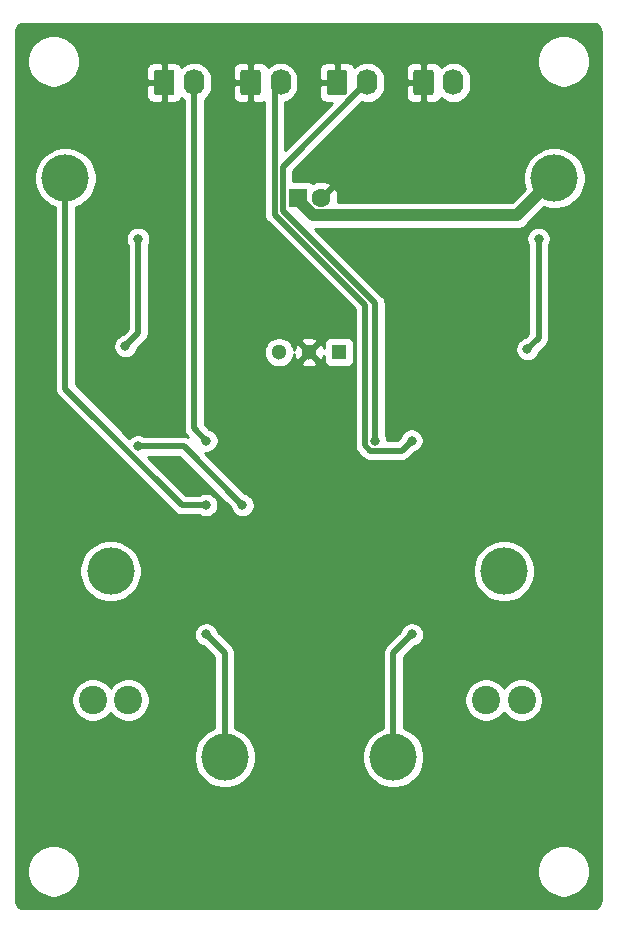
<source format=gbr>
%TF.GenerationSoftware,KiCad,Pcbnew,(5.1.7)-1*%
%TF.CreationDate,2021-11-02T09:12:16-05:00*%
%TF.ProjectId,Wisconsin Oscillator,57697363-6f6e-4736-996e-204f7363696c,rev?*%
%TF.SameCoordinates,Original*%
%TF.FileFunction,Copper,L2,Bot*%
%TF.FilePolarity,Positive*%
%FSLAX46Y46*%
G04 Gerber Fmt 4.6, Leading zero omitted, Abs format (unit mm)*
G04 Created by KiCad (PCBNEW (5.1.7)-1) date 2021-11-02 09:12:16*
%MOMM*%
%LPD*%
G01*
G04 APERTURE LIST*
%TA.AperFunction,ComponentPad*%
%ADD10C,4.000000*%
%TD*%
%TA.AperFunction,ComponentPad*%
%ADD11C,1.300000*%
%TD*%
%TA.AperFunction,ComponentPad*%
%ADD12R,1.300000X1.300000*%
%TD*%
%TA.AperFunction,ComponentPad*%
%ADD13C,1.600000*%
%TD*%
%TA.AperFunction,ComponentPad*%
%ADD14R,1.600000X1.600000*%
%TD*%
%TA.AperFunction,ComponentPad*%
%ADD15O,1.740000X2.190000*%
%TD*%
%TA.AperFunction,ComponentPad*%
%ADD16C,2.400000*%
%TD*%
%TA.AperFunction,ViaPad*%
%ADD17C,0.800000*%
%TD*%
%TA.AperFunction,Conductor*%
%ADD18C,0.500000*%
%TD*%
%TA.AperFunction,Conductor*%
%ADD19C,1.000000*%
%TD*%
%TA.AperFunction,Conductor*%
%ADD20C,0.254000*%
%TD*%
%TA.AperFunction,Conductor*%
%ADD21C,0.100000*%
%TD*%
G04 APERTURE END LIST*
D10*
%TO.P,TP6,1*%
%TO.N,Net-(C6-Pad1)*%
X193548000Y-64516000D03*
%TD*%
%TO.P,TP5,1*%
%TO.N,Net-(C5-Pad2)*%
X179913280Y-113538000D03*
%TD*%
%TO.P,TP4,1*%
%TO.N,Net-(L2-Pad1)*%
X189270640Y-97790000D03*
%TD*%
%TO.P,TP3,1*%
%TO.N,Net-(C4-Pad1)*%
X165633400Y-113538000D03*
%TD*%
%TO.P,TP2,1*%
%TO.N,Net-(L1-Pad1)*%
X155966160Y-97790000D03*
%TD*%
%TO.P,TP1,1*%
%TO.N,Net-(C2-Pad1)*%
X152146000Y-64516000D03*
%TD*%
D11*
%TO.P,U5,2*%
%TO.N,Earth*%
X172773340Y-79248000D03*
%TO.P,U5,3*%
%TO.N,Net-(C6-Pad1)*%
X170233340Y-79248000D03*
D12*
%TO.P,U5,1*%
%TO.N,Net-(C7-Pad1)*%
X175313340Y-79248000D03*
%TD*%
D13*
%TO.P,C6,2*%
%TO.N,Earth*%
X173818228Y-66167000D03*
D14*
%TO.P,C6,1*%
%TO.N,Net-(C6-Pad1)*%
X171818228Y-66167000D03*
%TD*%
D15*
%TO.P,J1,2*%
%TO.N,Net-(C4-Pad1)*%
X163042600Y-56420560D03*
%TO.P,J1,1*%
%TO.N,Earth*%
%TA.AperFunction,ComponentPad*%
G36*
G01*
X159632600Y-57265561D02*
X159632600Y-55575559D01*
G75*
G02*
X159882599Y-55325560I249999J0D01*
G01*
X161122601Y-55325560D01*
G75*
G02*
X161372600Y-55575559I0J-249999D01*
G01*
X161372600Y-57265561D01*
G75*
G02*
X161122601Y-57515560I-249999J0D01*
G01*
X159882599Y-57515560D01*
G75*
G02*
X159632600Y-57265561I0J249999D01*
G01*
G37*
%TD.AperFunction*%
%TD*%
%TO.P,J2,2*%
%TO.N,Net-(C5-Pad2)*%
X170362880Y-56420560D03*
%TO.P,J2,1*%
%TO.N,Earth*%
%TA.AperFunction,ComponentPad*%
G36*
G01*
X166952880Y-57265561D02*
X166952880Y-55575559D01*
G75*
G02*
X167202879Y-55325560I249999J0D01*
G01*
X168442881Y-55325560D01*
G75*
G02*
X168692880Y-55575559I0J-249999D01*
G01*
X168692880Y-57265561D01*
G75*
G02*
X168442881Y-57515560I-249999J0D01*
G01*
X167202879Y-57515560D01*
G75*
G02*
X166952880Y-57265561I0J249999D01*
G01*
G37*
%TD.AperFunction*%
%TD*%
%TO.P,J3,2*%
%TO.N,Net-(J3-Pad2)*%
X177683160Y-56420560D03*
%TO.P,J3,1*%
%TO.N,Earth*%
%TA.AperFunction,ComponentPad*%
G36*
G01*
X174273160Y-57265561D02*
X174273160Y-55575559D01*
G75*
G02*
X174523159Y-55325560I249999J0D01*
G01*
X175763161Y-55325560D01*
G75*
G02*
X176013160Y-55575559I0J-249999D01*
G01*
X176013160Y-57265561D01*
G75*
G02*
X175763161Y-57515560I-249999J0D01*
G01*
X174523159Y-57515560D01*
G75*
G02*
X174273160Y-57265561I0J249999D01*
G01*
G37*
%TD.AperFunction*%
%TD*%
D16*
%TO.P,L2,2*%
%TO.N,Net-(C1-Pad2)*%
X187770640Y-108717080D03*
%TO.P,L2,1*%
%TO.N,Net-(L2-Pad1)*%
X190770640Y-108717080D03*
%TD*%
%TO.P,L1,2*%
%TO.N,Net-(C1-Pad1)*%
X157466160Y-108717080D03*
%TO.P,L1,1*%
%TO.N,Net-(L1-Pad1)*%
X154466160Y-108717080D03*
%TD*%
D15*
%TO.P,J4,2*%
%TO.N,Net-(C7-Pad1)*%
X185003440Y-56420560D03*
%TO.P,J4,1*%
%TO.N,Earth*%
%TA.AperFunction,ComponentPad*%
G36*
G01*
X181593440Y-57265561D02*
X181593440Y-55575559D01*
G75*
G02*
X181843439Y-55325560I249999J0D01*
G01*
X183083441Y-55325560D01*
G75*
G02*
X183333440Y-55575559I0J-249999D01*
G01*
X183333440Y-57265561D01*
G75*
G02*
X183083441Y-57515560I-249999J0D01*
G01*
X181843439Y-57515560D01*
G75*
G02*
X181593440Y-57265561I0J249999D01*
G01*
G37*
%TD.AperFunction*%
%TD*%
D17*
%TO.N,Net-(C2-Pad1)*%
X164070900Y-92192966D03*
%TO.N,Net-(C4-Pad1)*%
X164083400Y-86741000D03*
X164070900Y-103149400D03*
%TO.N,Net-(R1-Pad1)*%
X167132000Y-92202000D03*
X158298000Y-87230000D03*
%TO.N,Net-(C6-Pad1)*%
X157226000Y-78740000D03*
X158298000Y-69654000D03*
X191262000Y-78994000D03*
X192213000Y-69654000D03*
%TO.N,Net-(C5-Pad2)*%
X181475780Y-103149400D03*
X181463280Y-86741000D03*
%TO.N,Net-(J3-Pad2)*%
X178363280Y-86741000D03*
%TD*%
D18*
%TO.N,Net-(C2-Pad1)*%
X152146000Y-82336002D02*
X152146000Y-64516000D01*
X162002964Y-92192966D02*
X152146000Y-82336002D01*
X164070900Y-92192966D02*
X162002964Y-92192966D01*
%TO.N,Net-(C4-Pad1)*%
X163042600Y-56420560D02*
X163042600Y-85700200D01*
X163042600Y-85700200D02*
X164083400Y-86741000D01*
X165633400Y-104711900D02*
X164070900Y-103149400D01*
X165633400Y-113538000D02*
X165633400Y-104711900D01*
%TO.N,Net-(R1-Pad1)*%
X162160000Y-87230000D02*
X158298000Y-87230000D01*
X167132000Y-92202000D02*
X162160000Y-87230000D01*
%TO.N,Net-(C6-Pad1)*%
X158298000Y-77668000D02*
X158298000Y-69654000D01*
X157226000Y-78740000D02*
X158298000Y-77668000D01*
X192213000Y-78043000D02*
X192213000Y-69654000D01*
X191262000Y-78994000D02*
X192213000Y-78043000D01*
D19*
X171818228Y-66387002D02*
X171818228Y-66167000D01*
X173098227Y-67667001D02*
X171818228Y-66387002D01*
X190396999Y-67667001D02*
X173098227Y-67667001D01*
X193548000Y-64516000D02*
X190396999Y-67667001D01*
D18*
%TO.N,Net-(C5-Pad2)*%
X179913280Y-104711900D02*
X181475780Y-103149400D01*
X179913280Y-113538000D02*
X179913280Y-104711900D01*
X177955279Y-87591001D02*
X180613279Y-87591001D01*
X180613279Y-87591001D02*
X181463280Y-86741000D01*
X177513279Y-87149001D02*
X177955279Y-87591001D01*
X177513279Y-75262016D02*
X177513279Y-87149001D01*
X169868217Y-67616954D02*
X177513279Y-75262016D01*
X169868217Y-56915223D02*
X169868217Y-67616954D01*
X170362880Y-56420560D02*
X169868217Y-56915223D01*
%TO.N,Net-(J3-Pad2)*%
X178363280Y-75122054D02*
X178363280Y-86741000D01*
X170568227Y-67327001D02*
X178363280Y-75122054D01*
X170568227Y-63535493D02*
X170568227Y-67327001D01*
X177683160Y-56420560D02*
X170568227Y-63535493D01*
%TD*%
D20*
%TO.N,Earth*%
X196967869Y-51474722D02*
X197081246Y-51508953D01*
X197185819Y-51564555D01*
X197277596Y-51639407D01*
X197353091Y-51730664D01*
X197409419Y-51834844D01*
X197444440Y-51947976D01*
X197460001Y-52096031D01*
X197460000Y-125697721D01*
X197445278Y-125847869D01*
X197411047Y-125961246D01*
X197355446Y-126065817D01*
X197280594Y-126157595D01*
X197189335Y-126233091D01*
X197085160Y-126289419D01*
X196972024Y-126324440D01*
X196823979Y-126340000D01*
X148622279Y-126340000D01*
X148472131Y-126325278D01*
X148358754Y-126291047D01*
X148254183Y-126235446D01*
X148162405Y-126160594D01*
X148086909Y-126069335D01*
X148030581Y-125965160D01*
X147995560Y-125852024D01*
X147980000Y-125703979D01*
X147980000Y-122969872D01*
X148895000Y-122969872D01*
X148895000Y-123410128D01*
X148980890Y-123841925D01*
X149149369Y-124248669D01*
X149393962Y-124614729D01*
X149705271Y-124926038D01*
X150071331Y-125170631D01*
X150478075Y-125339110D01*
X150909872Y-125425000D01*
X151350128Y-125425000D01*
X151781925Y-125339110D01*
X152188669Y-125170631D01*
X152554729Y-124926038D01*
X152866038Y-124614729D01*
X153110631Y-124248669D01*
X153279110Y-123841925D01*
X153365000Y-123410128D01*
X153365000Y-122969872D01*
X192075000Y-122969872D01*
X192075000Y-123410128D01*
X192160890Y-123841925D01*
X192329369Y-124248669D01*
X192573962Y-124614729D01*
X192885271Y-124926038D01*
X193251331Y-125170631D01*
X193658075Y-125339110D01*
X194089872Y-125425000D01*
X194530128Y-125425000D01*
X194961925Y-125339110D01*
X195368669Y-125170631D01*
X195734729Y-124926038D01*
X196046038Y-124614729D01*
X196290631Y-124248669D01*
X196459110Y-123841925D01*
X196545000Y-123410128D01*
X196545000Y-122969872D01*
X196459110Y-122538075D01*
X196290631Y-122131331D01*
X196046038Y-121765271D01*
X195734729Y-121453962D01*
X195368669Y-121209369D01*
X194961925Y-121040890D01*
X194530128Y-120955000D01*
X194089872Y-120955000D01*
X193658075Y-121040890D01*
X193251331Y-121209369D01*
X192885271Y-121453962D01*
X192573962Y-121765271D01*
X192329369Y-122131331D01*
X192160890Y-122538075D01*
X192075000Y-122969872D01*
X153365000Y-122969872D01*
X153279110Y-122538075D01*
X153110631Y-122131331D01*
X152866038Y-121765271D01*
X152554729Y-121453962D01*
X152188669Y-121209369D01*
X151781925Y-121040890D01*
X151350128Y-120955000D01*
X150909872Y-120955000D01*
X150478075Y-121040890D01*
X150071331Y-121209369D01*
X149705271Y-121453962D01*
X149393962Y-121765271D01*
X149149369Y-122131331D01*
X148980890Y-122538075D01*
X148895000Y-122969872D01*
X147980000Y-122969872D01*
X147980000Y-113278475D01*
X162998400Y-113278475D01*
X162998400Y-113797525D01*
X163099661Y-114306601D01*
X163298293Y-114786141D01*
X163586662Y-115217715D01*
X163953685Y-115584738D01*
X164385259Y-115873107D01*
X164864799Y-116071739D01*
X165373875Y-116173000D01*
X165892925Y-116173000D01*
X166402001Y-116071739D01*
X166881541Y-115873107D01*
X167313115Y-115584738D01*
X167680138Y-115217715D01*
X167968507Y-114786141D01*
X168167139Y-114306601D01*
X168268400Y-113797525D01*
X168268400Y-113278475D01*
X177278280Y-113278475D01*
X177278280Y-113797525D01*
X177379541Y-114306601D01*
X177578173Y-114786141D01*
X177866542Y-115217715D01*
X178233565Y-115584738D01*
X178665139Y-115873107D01*
X179144679Y-116071739D01*
X179653755Y-116173000D01*
X180172805Y-116173000D01*
X180681881Y-116071739D01*
X181161421Y-115873107D01*
X181592995Y-115584738D01*
X181960018Y-115217715D01*
X182248387Y-114786141D01*
X182447019Y-114306601D01*
X182548280Y-113797525D01*
X182548280Y-113278475D01*
X182447019Y-112769399D01*
X182248387Y-112289859D01*
X181960018Y-111858285D01*
X181592995Y-111491262D01*
X181161421Y-111202893D01*
X180798280Y-111052475D01*
X180798280Y-108536348D01*
X185935640Y-108536348D01*
X185935640Y-108897812D01*
X186006158Y-109252330D01*
X186144484Y-109586279D01*
X186345302Y-109886824D01*
X186600896Y-110142418D01*
X186901441Y-110343236D01*
X187235390Y-110481562D01*
X187589908Y-110552080D01*
X187951372Y-110552080D01*
X188305890Y-110481562D01*
X188639839Y-110343236D01*
X188940384Y-110142418D01*
X189195978Y-109886824D01*
X189270640Y-109775085D01*
X189345302Y-109886824D01*
X189600896Y-110142418D01*
X189901441Y-110343236D01*
X190235390Y-110481562D01*
X190589908Y-110552080D01*
X190951372Y-110552080D01*
X191305890Y-110481562D01*
X191639839Y-110343236D01*
X191940384Y-110142418D01*
X192195978Y-109886824D01*
X192396796Y-109586279D01*
X192535122Y-109252330D01*
X192605640Y-108897812D01*
X192605640Y-108536348D01*
X192535122Y-108181830D01*
X192396796Y-107847881D01*
X192195978Y-107547336D01*
X191940384Y-107291742D01*
X191639839Y-107090924D01*
X191305890Y-106952598D01*
X190951372Y-106882080D01*
X190589908Y-106882080D01*
X190235390Y-106952598D01*
X189901441Y-107090924D01*
X189600896Y-107291742D01*
X189345302Y-107547336D01*
X189270640Y-107659075D01*
X189195978Y-107547336D01*
X188940384Y-107291742D01*
X188639839Y-107090924D01*
X188305890Y-106952598D01*
X187951372Y-106882080D01*
X187589908Y-106882080D01*
X187235390Y-106952598D01*
X186901441Y-107090924D01*
X186600896Y-107291742D01*
X186345302Y-107547336D01*
X186144484Y-107847881D01*
X186006158Y-108181830D01*
X185935640Y-108536348D01*
X180798280Y-108536348D01*
X180798280Y-105078478D01*
X181720824Y-104155935D01*
X181777678Y-104144626D01*
X181966036Y-104066605D01*
X182135554Y-103953337D01*
X182279717Y-103809174D01*
X182392985Y-103639656D01*
X182471006Y-103451298D01*
X182510780Y-103251339D01*
X182510780Y-103047461D01*
X182471006Y-102847502D01*
X182392985Y-102659144D01*
X182279717Y-102489626D01*
X182135554Y-102345463D01*
X181966036Y-102232195D01*
X181777678Y-102154174D01*
X181577719Y-102114400D01*
X181373841Y-102114400D01*
X181173882Y-102154174D01*
X180985524Y-102232195D01*
X180816006Y-102345463D01*
X180671843Y-102489626D01*
X180558575Y-102659144D01*
X180480554Y-102847502D01*
X180469245Y-102904356D01*
X179318231Y-104055371D01*
X179284464Y-104083083D01*
X179256751Y-104116851D01*
X179256748Y-104116854D01*
X179173870Y-104217841D01*
X179091692Y-104371587D01*
X179041085Y-104538410D01*
X179023999Y-104711900D01*
X179028281Y-104755379D01*
X179028280Y-111052475D01*
X178665139Y-111202893D01*
X178233565Y-111491262D01*
X177866542Y-111858285D01*
X177578173Y-112289859D01*
X177379541Y-112769399D01*
X177278280Y-113278475D01*
X168268400Y-113278475D01*
X168167139Y-112769399D01*
X167968507Y-112289859D01*
X167680138Y-111858285D01*
X167313115Y-111491262D01*
X166881541Y-111202893D01*
X166518400Y-111052475D01*
X166518400Y-104755369D01*
X166522681Y-104711900D01*
X166518400Y-104668431D01*
X166518400Y-104668423D01*
X166505595Y-104538410D01*
X166454989Y-104371587D01*
X166454989Y-104371586D01*
X166372811Y-104217841D01*
X166289932Y-104116853D01*
X166289930Y-104116851D01*
X166262217Y-104083083D01*
X166228449Y-104055370D01*
X165077435Y-102904357D01*
X165066126Y-102847502D01*
X164988105Y-102659144D01*
X164874837Y-102489626D01*
X164730674Y-102345463D01*
X164561156Y-102232195D01*
X164372798Y-102154174D01*
X164172839Y-102114400D01*
X163968961Y-102114400D01*
X163769002Y-102154174D01*
X163580644Y-102232195D01*
X163411126Y-102345463D01*
X163266963Y-102489626D01*
X163153695Y-102659144D01*
X163075674Y-102847502D01*
X163035900Y-103047461D01*
X163035900Y-103251339D01*
X163075674Y-103451298D01*
X163153695Y-103639656D01*
X163266963Y-103809174D01*
X163411126Y-103953337D01*
X163580644Y-104066605D01*
X163769002Y-104144626D01*
X163825857Y-104155935D01*
X164748401Y-105078480D01*
X164748400Y-111052475D01*
X164385259Y-111202893D01*
X163953685Y-111491262D01*
X163586662Y-111858285D01*
X163298293Y-112289859D01*
X163099661Y-112769399D01*
X162998400Y-113278475D01*
X147980000Y-113278475D01*
X147980000Y-108536348D01*
X152631160Y-108536348D01*
X152631160Y-108897812D01*
X152701678Y-109252330D01*
X152840004Y-109586279D01*
X153040822Y-109886824D01*
X153296416Y-110142418D01*
X153596961Y-110343236D01*
X153930910Y-110481562D01*
X154285428Y-110552080D01*
X154646892Y-110552080D01*
X155001410Y-110481562D01*
X155335359Y-110343236D01*
X155635904Y-110142418D01*
X155891498Y-109886824D01*
X155966160Y-109775085D01*
X156040822Y-109886824D01*
X156296416Y-110142418D01*
X156596961Y-110343236D01*
X156930910Y-110481562D01*
X157285428Y-110552080D01*
X157646892Y-110552080D01*
X158001410Y-110481562D01*
X158335359Y-110343236D01*
X158635904Y-110142418D01*
X158891498Y-109886824D01*
X159092316Y-109586279D01*
X159230642Y-109252330D01*
X159301160Y-108897812D01*
X159301160Y-108536348D01*
X159230642Y-108181830D01*
X159092316Y-107847881D01*
X158891498Y-107547336D01*
X158635904Y-107291742D01*
X158335359Y-107090924D01*
X158001410Y-106952598D01*
X157646892Y-106882080D01*
X157285428Y-106882080D01*
X156930910Y-106952598D01*
X156596961Y-107090924D01*
X156296416Y-107291742D01*
X156040822Y-107547336D01*
X155966160Y-107659075D01*
X155891498Y-107547336D01*
X155635904Y-107291742D01*
X155335359Y-107090924D01*
X155001410Y-106952598D01*
X154646892Y-106882080D01*
X154285428Y-106882080D01*
X153930910Y-106952598D01*
X153596961Y-107090924D01*
X153296416Y-107291742D01*
X153040822Y-107547336D01*
X152840004Y-107847881D01*
X152701678Y-108181830D01*
X152631160Y-108536348D01*
X147980000Y-108536348D01*
X147980000Y-97530475D01*
X153331160Y-97530475D01*
X153331160Y-98049525D01*
X153432421Y-98558601D01*
X153631053Y-99038141D01*
X153919422Y-99469715D01*
X154286445Y-99836738D01*
X154718019Y-100125107D01*
X155197559Y-100323739D01*
X155706635Y-100425000D01*
X156225685Y-100425000D01*
X156734761Y-100323739D01*
X157214301Y-100125107D01*
X157645875Y-99836738D01*
X158012898Y-99469715D01*
X158301267Y-99038141D01*
X158499899Y-98558601D01*
X158601160Y-98049525D01*
X158601160Y-97530475D01*
X186635640Y-97530475D01*
X186635640Y-98049525D01*
X186736901Y-98558601D01*
X186935533Y-99038141D01*
X187223902Y-99469715D01*
X187590925Y-99836738D01*
X188022499Y-100125107D01*
X188502039Y-100323739D01*
X189011115Y-100425000D01*
X189530165Y-100425000D01*
X190039241Y-100323739D01*
X190518781Y-100125107D01*
X190950355Y-99836738D01*
X191317378Y-99469715D01*
X191605747Y-99038141D01*
X191804379Y-98558601D01*
X191905640Y-98049525D01*
X191905640Y-97530475D01*
X191804379Y-97021399D01*
X191605747Y-96541859D01*
X191317378Y-96110285D01*
X190950355Y-95743262D01*
X190518781Y-95454893D01*
X190039241Y-95256261D01*
X189530165Y-95155000D01*
X189011115Y-95155000D01*
X188502039Y-95256261D01*
X188022499Y-95454893D01*
X187590925Y-95743262D01*
X187223902Y-96110285D01*
X186935533Y-96541859D01*
X186736901Y-97021399D01*
X186635640Y-97530475D01*
X158601160Y-97530475D01*
X158499899Y-97021399D01*
X158301267Y-96541859D01*
X158012898Y-96110285D01*
X157645875Y-95743262D01*
X157214301Y-95454893D01*
X156734761Y-95256261D01*
X156225685Y-95155000D01*
X155706635Y-95155000D01*
X155197559Y-95256261D01*
X154718019Y-95454893D01*
X154286445Y-95743262D01*
X153919422Y-96110285D01*
X153631053Y-96541859D01*
X153432421Y-97021399D01*
X153331160Y-97530475D01*
X147980000Y-97530475D01*
X147980000Y-64256475D01*
X149511000Y-64256475D01*
X149511000Y-64775525D01*
X149612261Y-65284601D01*
X149810893Y-65764141D01*
X150099262Y-66195715D01*
X150466285Y-66562738D01*
X150897859Y-66851107D01*
X151261001Y-67001525D01*
X151261000Y-82292533D01*
X151256719Y-82336002D01*
X151261000Y-82379471D01*
X151261000Y-82379478D01*
X151273805Y-82509491D01*
X151324411Y-82676314D01*
X151406589Y-82830060D01*
X151517183Y-82964819D01*
X151550956Y-82992536D01*
X161346434Y-92788015D01*
X161374147Y-92821783D01*
X161407915Y-92849496D01*
X161407917Y-92849498D01*
X161479416Y-92908176D01*
X161508905Y-92932377D01*
X161662651Y-93014555D01*
X161829474Y-93065161D01*
X161959487Y-93077966D01*
X161959497Y-93077966D01*
X162002963Y-93082247D01*
X162046429Y-93077966D01*
X163532446Y-93077966D01*
X163580644Y-93110171D01*
X163769002Y-93188192D01*
X163968961Y-93227966D01*
X164172839Y-93227966D01*
X164372798Y-93188192D01*
X164561156Y-93110171D01*
X164730674Y-92996903D01*
X164874837Y-92852740D01*
X164988105Y-92683222D01*
X165066126Y-92494864D01*
X165105900Y-92294905D01*
X165105900Y-92091027D01*
X165066126Y-91891068D01*
X164988105Y-91702710D01*
X164874837Y-91533192D01*
X164730674Y-91389029D01*
X164561156Y-91275761D01*
X164372798Y-91197740D01*
X164172839Y-91157966D01*
X163968961Y-91157966D01*
X163769002Y-91197740D01*
X163580644Y-91275761D01*
X163532446Y-91307966D01*
X162369543Y-91307966D01*
X159176577Y-88115000D01*
X161793422Y-88115000D01*
X166125465Y-92447044D01*
X166136774Y-92503898D01*
X166214795Y-92692256D01*
X166328063Y-92861774D01*
X166472226Y-93005937D01*
X166641744Y-93119205D01*
X166830102Y-93197226D01*
X167030061Y-93237000D01*
X167233939Y-93237000D01*
X167433898Y-93197226D01*
X167622256Y-93119205D01*
X167791774Y-93005937D01*
X167935937Y-92861774D01*
X168049205Y-92692256D01*
X168127226Y-92503898D01*
X168167000Y-92303939D01*
X168167000Y-92100061D01*
X168127226Y-91900102D01*
X168049205Y-91711744D01*
X167935937Y-91542226D01*
X167791774Y-91398063D01*
X167622256Y-91284795D01*
X167433898Y-91206774D01*
X167377044Y-91195465D01*
X163951648Y-87770070D01*
X163981461Y-87776000D01*
X164185339Y-87776000D01*
X164385298Y-87736226D01*
X164573656Y-87658205D01*
X164743174Y-87544937D01*
X164887337Y-87400774D01*
X165000605Y-87231256D01*
X165078626Y-87042898D01*
X165118400Y-86842939D01*
X165118400Y-86639061D01*
X165078626Y-86439102D01*
X165000605Y-86250744D01*
X164887337Y-86081226D01*
X164743174Y-85937063D01*
X164573656Y-85823795D01*
X164385298Y-85745774D01*
X164328444Y-85734465D01*
X163927600Y-85333622D01*
X163927600Y-79121439D01*
X168948340Y-79121439D01*
X168948340Y-79374561D01*
X168997721Y-79622821D01*
X169094587Y-79856676D01*
X169235215Y-80067140D01*
X169414200Y-80246125D01*
X169624664Y-80386753D01*
X169858519Y-80483619D01*
X170106779Y-80533000D01*
X170359901Y-80533000D01*
X170608161Y-80483619D01*
X170842016Y-80386753D01*
X171052480Y-80246125D01*
X171165078Y-80133527D01*
X172067418Y-80133527D01*
X172120806Y-80362201D01*
X172350714Y-80468095D01*
X172596864Y-80527102D01*
X172849795Y-80536952D01*
X173099789Y-80497270D01*
X173337236Y-80409578D01*
X173425874Y-80362201D01*
X173479262Y-80133527D01*
X172773340Y-79427605D01*
X172067418Y-80133527D01*
X171165078Y-80133527D01*
X171231465Y-80067140D01*
X171372093Y-79856676D01*
X171468959Y-79622821D01*
X171503880Y-79447256D01*
X171524070Y-79574449D01*
X171611762Y-79811896D01*
X171659139Y-79900534D01*
X171887813Y-79953922D01*
X172593735Y-79248000D01*
X172952945Y-79248000D01*
X173658867Y-79953922D01*
X173887541Y-79900534D01*
X173993435Y-79670626D01*
X174025268Y-79537833D01*
X174025268Y-79898000D01*
X174037528Y-80022482D01*
X174073838Y-80142180D01*
X174132803Y-80252494D01*
X174212155Y-80349185D01*
X174308846Y-80428537D01*
X174419160Y-80487502D01*
X174538858Y-80523812D01*
X174663340Y-80536072D01*
X175963340Y-80536072D01*
X176087822Y-80523812D01*
X176207520Y-80487502D01*
X176317834Y-80428537D01*
X176414525Y-80349185D01*
X176493877Y-80252494D01*
X176552842Y-80142180D01*
X176589152Y-80022482D01*
X176601412Y-79898000D01*
X176601412Y-78598000D01*
X176589152Y-78473518D01*
X176552842Y-78353820D01*
X176493877Y-78243506D01*
X176414525Y-78146815D01*
X176317834Y-78067463D01*
X176207520Y-78008498D01*
X176087822Y-77972188D01*
X175963340Y-77959928D01*
X174663340Y-77959928D01*
X174538858Y-77972188D01*
X174419160Y-78008498D01*
X174308846Y-78067463D01*
X174212155Y-78146815D01*
X174132803Y-78243506D01*
X174073838Y-78353820D01*
X174037528Y-78473518D01*
X174025268Y-78598000D01*
X174025268Y-78938296D01*
X174022610Y-78921551D01*
X173934918Y-78684104D01*
X173887541Y-78595466D01*
X173658867Y-78542078D01*
X172952945Y-79248000D01*
X172593735Y-79248000D01*
X171887813Y-78542078D01*
X171659139Y-78595466D01*
X171553245Y-78825374D01*
X171501984Y-79039211D01*
X171468959Y-78873179D01*
X171372093Y-78639324D01*
X171231465Y-78428860D01*
X171165078Y-78362473D01*
X172067418Y-78362473D01*
X172773340Y-79068395D01*
X173479262Y-78362473D01*
X173425874Y-78133799D01*
X173195966Y-78027905D01*
X172949816Y-77968898D01*
X172696885Y-77959048D01*
X172446891Y-77998730D01*
X172209444Y-78086422D01*
X172120806Y-78133799D01*
X172067418Y-78362473D01*
X171165078Y-78362473D01*
X171052480Y-78249875D01*
X170842016Y-78109247D01*
X170608161Y-78012381D01*
X170359901Y-77963000D01*
X170106779Y-77963000D01*
X169858519Y-78012381D01*
X169624664Y-78109247D01*
X169414200Y-78249875D01*
X169235215Y-78428860D01*
X169094587Y-78639324D01*
X168997721Y-78873179D01*
X168948340Y-79121439D01*
X163927600Y-79121439D01*
X163927600Y-57866193D01*
X164111945Y-57714905D01*
X164275543Y-57515560D01*
X166314808Y-57515560D01*
X166327068Y-57640042D01*
X166363378Y-57759740D01*
X166422343Y-57870054D01*
X166501695Y-57966745D01*
X166598386Y-58046097D01*
X166708700Y-58105062D01*
X166828398Y-58141372D01*
X166952880Y-58153632D01*
X167537130Y-58150560D01*
X167695880Y-57991810D01*
X167695880Y-56547560D01*
X166476630Y-56547560D01*
X166317880Y-56706310D01*
X166314808Y-57515560D01*
X164275543Y-57515560D01*
X164300017Y-57485739D01*
X164439766Y-57224284D01*
X164525824Y-56940591D01*
X164547600Y-56719495D01*
X164547600Y-56121624D01*
X164525824Y-55900528D01*
X164439766Y-55616835D01*
X164300017Y-55355381D01*
X164275544Y-55325560D01*
X166314808Y-55325560D01*
X166317880Y-56134810D01*
X166476630Y-56293560D01*
X167695880Y-56293560D01*
X167695880Y-54849310D01*
X167949880Y-54849310D01*
X167949880Y-56293560D01*
X167969880Y-56293560D01*
X167969880Y-56547560D01*
X167949880Y-56547560D01*
X167949880Y-57991810D01*
X168108630Y-58150560D01*
X168692880Y-58153632D01*
X168817362Y-58141372D01*
X168937060Y-58105062D01*
X168983217Y-58080390D01*
X168983218Y-67573475D01*
X168978936Y-67616954D01*
X168996022Y-67790444D01*
X169046629Y-67957267D01*
X169128807Y-68111013D01*
X169211685Y-68212000D01*
X169211688Y-68212003D01*
X169239401Y-68245771D01*
X169273169Y-68273484D01*
X176628279Y-75628595D01*
X176628280Y-87105522D01*
X176623998Y-87149001D01*
X176641084Y-87322491D01*
X176691691Y-87489314D01*
X176773869Y-87643060D01*
X176856747Y-87744047D01*
X176856750Y-87744050D01*
X176884463Y-87777818D01*
X176918231Y-87805531D01*
X177298745Y-88186045D01*
X177326462Y-88219818D01*
X177461220Y-88330412D01*
X177614966Y-88412590D01*
X177781789Y-88463196D01*
X177911802Y-88476001D01*
X177911812Y-88476001D01*
X177955278Y-88480282D01*
X177998744Y-88476001D01*
X180569810Y-88476001D01*
X180613279Y-88480282D01*
X180656748Y-88476001D01*
X180656756Y-88476001D01*
X180786769Y-88463196D01*
X180953592Y-88412590D01*
X181107338Y-88330412D01*
X181242096Y-88219818D01*
X181269813Y-88186045D01*
X181708324Y-87747535D01*
X181765178Y-87736226D01*
X181953536Y-87658205D01*
X182123054Y-87544937D01*
X182267217Y-87400774D01*
X182380485Y-87231256D01*
X182458506Y-87042898D01*
X182498280Y-86842939D01*
X182498280Y-86639061D01*
X182458506Y-86439102D01*
X182380485Y-86250744D01*
X182267217Y-86081226D01*
X182123054Y-85937063D01*
X181953536Y-85823795D01*
X181765178Y-85745774D01*
X181565219Y-85706000D01*
X181361341Y-85706000D01*
X181161382Y-85745774D01*
X180973024Y-85823795D01*
X180803506Y-85937063D01*
X180659343Y-86081226D01*
X180546075Y-86250744D01*
X180468054Y-86439102D01*
X180456745Y-86495956D01*
X180246701Y-86706001D01*
X179398280Y-86706001D01*
X179398280Y-86639061D01*
X179358506Y-86439102D01*
X179280485Y-86250744D01*
X179248280Y-86202546D01*
X179248280Y-78892061D01*
X190227000Y-78892061D01*
X190227000Y-79095939D01*
X190266774Y-79295898D01*
X190344795Y-79484256D01*
X190458063Y-79653774D01*
X190602226Y-79797937D01*
X190771744Y-79911205D01*
X190960102Y-79989226D01*
X191160061Y-80029000D01*
X191363939Y-80029000D01*
X191563898Y-79989226D01*
X191752256Y-79911205D01*
X191921774Y-79797937D01*
X192065937Y-79653774D01*
X192179205Y-79484256D01*
X192257226Y-79295898D01*
X192268535Y-79239043D01*
X192808050Y-78699529D01*
X192841817Y-78671817D01*
X192952411Y-78537059D01*
X193034589Y-78383313D01*
X193085195Y-78216490D01*
X193098000Y-78086477D01*
X193098000Y-78086467D01*
X193102281Y-78043001D01*
X193098000Y-77999535D01*
X193098000Y-70192454D01*
X193130205Y-70144256D01*
X193208226Y-69955898D01*
X193248000Y-69755939D01*
X193248000Y-69552061D01*
X193208226Y-69352102D01*
X193130205Y-69163744D01*
X193016937Y-68994226D01*
X192872774Y-68850063D01*
X192703256Y-68736795D01*
X192514898Y-68658774D01*
X192314939Y-68619000D01*
X192111061Y-68619000D01*
X191911102Y-68658774D01*
X191722744Y-68736795D01*
X191553226Y-68850063D01*
X191409063Y-68994226D01*
X191295795Y-69163744D01*
X191217774Y-69352102D01*
X191178000Y-69552061D01*
X191178000Y-69755939D01*
X191217774Y-69955898D01*
X191295795Y-70144256D01*
X191328001Y-70192456D01*
X191328000Y-77676421D01*
X191016957Y-77987465D01*
X190960102Y-77998774D01*
X190771744Y-78076795D01*
X190602226Y-78190063D01*
X190458063Y-78334226D01*
X190344795Y-78503744D01*
X190266774Y-78692102D01*
X190227000Y-78892061D01*
X179248280Y-78892061D01*
X179248280Y-75165523D01*
X179252561Y-75122054D01*
X179248280Y-75078585D01*
X179248280Y-75078577D01*
X179235475Y-74948564D01*
X179227326Y-74921702D01*
X179184869Y-74781740D01*
X179102691Y-74627995D01*
X179019812Y-74527007D01*
X179019810Y-74527005D01*
X178992097Y-74493237D01*
X178958331Y-74465526D01*
X173294805Y-68802001D01*
X190341248Y-68802001D01*
X190396999Y-68807492D01*
X190452750Y-68802001D01*
X190452751Y-68802001D01*
X190619498Y-68785578D01*
X190833446Y-68720677D01*
X191030622Y-68615285D01*
X191203448Y-68473450D01*
X191238995Y-68430136D01*
X192666257Y-67002874D01*
X192779399Y-67049739D01*
X193288475Y-67151000D01*
X193807525Y-67151000D01*
X194316601Y-67049739D01*
X194796141Y-66851107D01*
X195227715Y-66562738D01*
X195594738Y-66195715D01*
X195883107Y-65764141D01*
X196081739Y-65284601D01*
X196183000Y-64775525D01*
X196183000Y-64256475D01*
X196081739Y-63747399D01*
X195883107Y-63267859D01*
X195594738Y-62836285D01*
X195227715Y-62469262D01*
X194796141Y-62180893D01*
X194316601Y-61982261D01*
X193807525Y-61881000D01*
X193288475Y-61881000D01*
X192779399Y-61982261D01*
X192299859Y-62180893D01*
X191868285Y-62469262D01*
X191501262Y-62836285D01*
X191212893Y-63267859D01*
X191014261Y-63747399D01*
X190913000Y-64256475D01*
X190913000Y-64775525D01*
X191014261Y-65284601D01*
X191061126Y-65397743D01*
X189926868Y-66532001D01*
X175206130Y-66532001D01*
X175244528Y-66378816D01*
X175258445Y-66096488D01*
X175217015Y-65816870D01*
X175121831Y-65550708D01*
X175054899Y-65425486D01*
X174810930Y-65353903D01*
X173997833Y-66167000D01*
X174011976Y-66181143D01*
X173832371Y-66360748D01*
X173818228Y-66346605D01*
X173804086Y-66360748D01*
X173624481Y-66181143D01*
X173638623Y-66167000D01*
X173624481Y-66152858D01*
X173804086Y-65973253D01*
X173818228Y-65987395D01*
X174631325Y-65174298D01*
X174559742Y-64930329D01*
X174304232Y-64809429D01*
X174030044Y-64740700D01*
X173747716Y-64726783D01*
X173468098Y-64768213D01*
X173201936Y-64863397D01*
X173079919Y-64928616D01*
X173069413Y-64915815D01*
X172972722Y-64836463D01*
X172862408Y-64777498D01*
X172742710Y-64741188D01*
X172618228Y-64728928D01*
X171453227Y-64728928D01*
X171453227Y-63902071D01*
X177264130Y-58091169D01*
X177388129Y-58128784D01*
X177683160Y-58157842D01*
X177978192Y-58128784D01*
X178261885Y-58042726D01*
X178523339Y-57902977D01*
X178752505Y-57714905D01*
X178916103Y-57515560D01*
X180955368Y-57515560D01*
X180967628Y-57640042D01*
X181003938Y-57759740D01*
X181062903Y-57870054D01*
X181142255Y-57966745D01*
X181238946Y-58046097D01*
X181349260Y-58105062D01*
X181468958Y-58141372D01*
X181593440Y-58153632D01*
X182177690Y-58150560D01*
X182336440Y-57991810D01*
X182336440Y-56547560D01*
X181117190Y-56547560D01*
X180958440Y-56706310D01*
X180955368Y-57515560D01*
X178916103Y-57515560D01*
X178940577Y-57485739D01*
X179080326Y-57224284D01*
X179166384Y-56940591D01*
X179188160Y-56719495D01*
X179188160Y-56121624D01*
X179166384Y-55900528D01*
X179080326Y-55616835D01*
X178940577Y-55355381D01*
X178916104Y-55325560D01*
X180955368Y-55325560D01*
X180958440Y-56134810D01*
X181117190Y-56293560D01*
X182336440Y-56293560D01*
X182336440Y-54849310D01*
X182590440Y-54849310D01*
X182590440Y-56293560D01*
X182610440Y-56293560D01*
X182610440Y-56547560D01*
X182590440Y-56547560D01*
X182590440Y-57991810D01*
X182749190Y-58150560D01*
X183333440Y-58153632D01*
X183457922Y-58141372D01*
X183577620Y-58105062D01*
X183687934Y-58046097D01*
X183784625Y-57966745D01*
X183863977Y-57870054D01*
X183922942Y-57759740D01*
X183936055Y-57716513D01*
X184163262Y-57902977D01*
X184424716Y-58042726D01*
X184708409Y-58128784D01*
X185003440Y-58157842D01*
X185298472Y-58128784D01*
X185582165Y-58042726D01*
X185843619Y-57902977D01*
X186072785Y-57714905D01*
X186260857Y-57485739D01*
X186400606Y-57224284D01*
X186486664Y-56940591D01*
X186508440Y-56719495D01*
X186508440Y-56121624D01*
X186486664Y-55900528D01*
X186400606Y-55616835D01*
X186260857Y-55355381D01*
X186072785Y-55126215D01*
X185843618Y-54938143D01*
X185582164Y-54798394D01*
X185298471Y-54712336D01*
X185003440Y-54683278D01*
X184708408Y-54712336D01*
X184424715Y-54798394D01*
X184163261Y-54938143D01*
X183936055Y-55124607D01*
X183922942Y-55081380D01*
X183863977Y-54971066D01*
X183784625Y-54874375D01*
X183687934Y-54795023D01*
X183577620Y-54736058D01*
X183457922Y-54699748D01*
X183333440Y-54687488D01*
X182749190Y-54690560D01*
X182590440Y-54849310D01*
X182336440Y-54849310D01*
X182177690Y-54690560D01*
X181593440Y-54687488D01*
X181468958Y-54699748D01*
X181349260Y-54736058D01*
X181238946Y-54795023D01*
X181142255Y-54874375D01*
X181062903Y-54971066D01*
X181003938Y-55081380D01*
X180967628Y-55201078D01*
X180955368Y-55325560D01*
X178916104Y-55325560D01*
X178752505Y-55126215D01*
X178523338Y-54938143D01*
X178261884Y-54798394D01*
X177978191Y-54712336D01*
X177683160Y-54683278D01*
X177388128Y-54712336D01*
X177104435Y-54798394D01*
X176842981Y-54938143D01*
X176615775Y-55124607D01*
X176602662Y-55081380D01*
X176543697Y-54971066D01*
X176464345Y-54874375D01*
X176367654Y-54795023D01*
X176257340Y-54736058D01*
X176137642Y-54699748D01*
X176013160Y-54687488D01*
X175428910Y-54690560D01*
X175270160Y-54849310D01*
X175270160Y-56293560D01*
X175290160Y-56293560D01*
X175290160Y-56547560D01*
X175270160Y-56547560D01*
X175270160Y-56567560D01*
X175016160Y-56567560D01*
X175016160Y-56547560D01*
X173796910Y-56547560D01*
X173638160Y-56706310D01*
X173635088Y-57515560D01*
X173647348Y-57640042D01*
X173683658Y-57759740D01*
X173742623Y-57870054D01*
X173821975Y-57966745D01*
X173918666Y-58046097D01*
X174028980Y-58105062D01*
X174148678Y-58141372D01*
X174273160Y-58153632D01*
X174700758Y-58151384D01*
X170753217Y-62098925D01*
X170753217Y-58099873D01*
X170941605Y-58042726D01*
X171203059Y-57902977D01*
X171432225Y-57714905D01*
X171620297Y-57485739D01*
X171760046Y-57224284D01*
X171846104Y-56940591D01*
X171867880Y-56719495D01*
X171867880Y-56121624D01*
X171846104Y-55900528D01*
X171760046Y-55616835D01*
X171620297Y-55355381D01*
X171595824Y-55325560D01*
X173635088Y-55325560D01*
X173638160Y-56134810D01*
X173796910Y-56293560D01*
X175016160Y-56293560D01*
X175016160Y-54849310D01*
X174857410Y-54690560D01*
X174273160Y-54687488D01*
X174148678Y-54699748D01*
X174028980Y-54736058D01*
X173918666Y-54795023D01*
X173821975Y-54874375D01*
X173742623Y-54971066D01*
X173683658Y-55081380D01*
X173647348Y-55201078D01*
X173635088Y-55325560D01*
X171595824Y-55325560D01*
X171432225Y-55126215D01*
X171203058Y-54938143D01*
X170941604Y-54798394D01*
X170657911Y-54712336D01*
X170362880Y-54683278D01*
X170067848Y-54712336D01*
X169784155Y-54798394D01*
X169522701Y-54938143D01*
X169295495Y-55124607D01*
X169282382Y-55081380D01*
X169223417Y-54971066D01*
X169144065Y-54874375D01*
X169047374Y-54795023D01*
X168937060Y-54736058D01*
X168817362Y-54699748D01*
X168692880Y-54687488D01*
X168108630Y-54690560D01*
X167949880Y-54849310D01*
X167695880Y-54849310D01*
X167537130Y-54690560D01*
X166952880Y-54687488D01*
X166828398Y-54699748D01*
X166708700Y-54736058D01*
X166598386Y-54795023D01*
X166501695Y-54874375D01*
X166422343Y-54971066D01*
X166363378Y-55081380D01*
X166327068Y-55201078D01*
X166314808Y-55325560D01*
X164275544Y-55325560D01*
X164111945Y-55126215D01*
X163882778Y-54938143D01*
X163621324Y-54798394D01*
X163337631Y-54712336D01*
X163042600Y-54683278D01*
X162747568Y-54712336D01*
X162463875Y-54798394D01*
X162202421Y-54938143D01*
X161975215Y-55124607D01*
X161962102Y-55081380D01*
X161903137Y-54971066D01*
X161823785Y-54874375D01*
X161727094Y-54795023D01*
X161616780Y-54736058D01*
X161497082Y-54699748D01*
X161372600Y-54687488D01*
X160788350Y-54690560D01*
X160629600Y-54849310D01*
X160629600Y-56293560D01*
X160649600Y-56293560D01*
X160649600Y-56547560D01*
X160629600Y-56547560D01*
X160629600Y-57991810D01*
X160788350Y-58150560D01*
X161372600Y-58153632D01*
X161497082Y-58141372D01*
X161616780Y-58105062D01*
X161727094Y-58046097D01*
X161823785Y-57966745D01*
X161903137Y-57870054D01*
X161962102Y-57759740D01*
X161975215Y-57716513D01*
X162157600Y-57866193D01*
X162157601Y-85656721D01*
X162153319Y-85700200D01*
X162170405Y-85873690D01*
X162221012Y-86040513D01*
X162303190Y-86194259D01*
X162386068Y-86295246D01*
X162386071Y-86295249D01*
X162413784Y-86329017D01*
X162447551Y-86356729D01*
X162498763Y-86407941D01*
X162333490Y-86357805D01*
X162203477Y-86345000D01*
X162203469Y-86345000D01*
X162160000Y-86340719D01*
X162116531Y-86345000D01*
X158836454Y-86345000D01*
X158788256Y-86312795D01*
X158599898Y-86234774D01*
X158399939Y-86195000D01*
X158196061Y-86195000D01*
X157996102Y-86234774D01*
X157807744Y-86312795D01*
X157638226Y-86426063D01*
X157562933Y-86501356D01*
X153031000Y-81969424D01*
X153031000Y-78638061D01*
X156191000Y-78638061D01*
X156191000Y-78841939D01*
X156230774Y-79041898D01*
X156308795Y-79230256D01*
X156422063Y-79399774D01*
X156566226Y-79543937D01*
X156735744Y-79657205D01*
X156924102Y-79735226D01*
X157124061Y-79775000D01*
X157327939Y-79775000D01*
X157527898Y-79735226D01*
X157716256Y-79657205D01*
X157885774Y-79543937D01*
X158029937Y-79399774D01*
X158143205Y-79230256D01*
X158221226Y-79041898D01*
X158232535Y-78985043D01*
X158893050Y-78324529D01*
X158926817Y-78296817D01*
X158965450Y-78249744D01*
X159037410Y-78162060D01*
X159037411Y-78162059D01*
X159119589Y-78008313D01*
X159170195Y-77841490D01*
X159183000Y-77711477D01*
X159183000Y-77711469D01*
X159187281Y-77668000D01*
X159183000Y-77624531D01*
X159183000Y-70192454D01*
X159215205Y-70144256D01*
X159293226Y-69955898D01*
X159333000Y-69755939D01*
X159333000Y-69552061D01*
X159293226Y-69352102D01*
X159215205Y-69163744D01*
X159101937Y-68994226D01*
X158957774Y-68850063D01*
X158788256Y-68736795D01*
X158599898Y-68658774D01*
X158399939Y-68619000D01*
X158196061Y-68619000D01*
X157996102Y-68658774D01*
X157807744Y-68736795D01*
X157638226Y-68850063D01*
X157494063Y-68994226D01*
X157380795Y-69163744D01*
X157302774Y-69352102D01*
X157263000Y-69552061D01*
X157263000Y-69755939D01*
X157302774Y-69955898D01*
X157380795Y-70144256D01*
X157413001Y-70192456D01*
X157413000Y-77301421D01*
X156980957Y-77733465D01*
X156924102Y-77744774D01*
X156735744Y-77822795D01*
X156566226Y-77936063D01*
X156422063Y-78080226D01*
X156308795Y-78249744D01*
X156230774Y-78438102D01*
X156191000Y-78638061D01*
X153031000Y-78638061D01*
X153031000Y-67001525D01*
X153394141Y-66851107D01*
X153825715Y-66562738D01*
X154192738Y-66195715D01*
X154481107Y-65764141D01*
X154679739Y-65284601D01*
X154781000Y-64775525D01*
X154781000Y-64256475D01*
X154679739Y-63747399D01*
X154481107Y-63267859D01*
X154192738Y-62836285D01*
X153825715Y-62469262D01*
X153394141Y-62180893D01*
X152914601Y-61982261D01*
X152405525Y-61881000D01*
X151886475Y-61881000D01*
X151377399Y-61982261D01*
X150897859Y-62180893D01*
X150466285Y-62469262D01*
X150099262Y-62836285D01*
X149810893Y-63267859D01*
X149612261Y-63747399D01*
X149511000Y-64256475D01*
X147980000Y-64256475D01*
X147980000Y-57515560D01*
X158994528Y-57515560D01*
X159006788Y-57640042D01*
X159043098Y-57759740D01*
X159102063Y-57870054D01*
X159181415Y-57966745D01*
X159278106Y-58046097D01*
X159388420Y-58105062D01*
X159508118Y-58141372D01*
X159632600Y-58153632D01*
X160216850Y-58150560D01*
X160375600Y-57991810D01*
X160375600Y-56547560D01*
X159156350Y-56547560D01*
X158997600Y-56706310D01*
X158994528Y-57515560D01*
X147980000Y-57515560D01*
X147980000Y-54389872D01*
X148895000Y-54389872D01*
X148895000Y-54830128D01*
X148980890Y-55261925D01*
X149149369Y-55668669D01*
X149393962Y-56034729D01*
X149705271Y-56346038D01*
X150071331Y-56590631D01*
X150478075Y-56759110D01*
X150909872Y-56845000D01*
X151350128Y-56845000D01*
X151781925Y-56759110D01*
X152188669Y-56590631D01*
X152554729Y-56346038D01*
X152866038Y-56034729D01*
X153110631Y-55668669D01*
X153252751Y-55325560D01*
X158994528Y-55325560D01*
X158997600Y-56134810D01*
X159156350Y-56293560D01*
X160375600Y-56293560D01*
X160375600Y-54849310D01*
X160216850Y-54690560D01*
X159632600Y-54687488D01*
X159508118Y-54699748D01*
X159388420Y-54736058D01*
X159278106Y-54795023D01*
X159181415Y-54874375D01*
X159102063Y-54971066D01*
X159043098Y-55081380D01*
X159006788Y-55201078D01*
X158994528Y-55325560D01*
X153252751Y-55325560D01*
X153279110Y-55261925D01*
X153365000Y-54830128D01*
X153365000Y-54389872D01*
X192075000Y-54389872D01*
X192075000Y-54830128D01*
X192160890Y-55261925D01*
X192329369Y-55668669D01*
X192573962Y-56034729D01*
X192885271Y-56346038D01*
X193251331Y-56590631D01*
X193658075Y-56759110D01*
X194089872Y-56845000D01*
X194530128Y-56845000D01*
X194961925Y-56759110D01*
X195368669Y-56590631D01*
X195734729Y-56346038D01*
X196046038Y-56034729D01*
X196290631Y-55668669D01*
X196459110Y-55261925D01*
X196545000Y-54830128D01*
X196545000Y-54389872D01*
X196459110Y-53958075D01*
X196290631Y-53551331D01*
X196046038Y-53185271D01*
X195734729Y-52873962D01*
X195368669Y-52629369D01*
X194961925Y-52460890D01*
X194530128Y-52375000D01*
X194089872Y-52375000D01*
X193658075Y-52460890D01*
X193251331Y-52629369D01*
X192885271Y-52873962D01*
X192573962Y-53185271D01*
X192329369Y-53551331D01*
X192160890Y-53958075D01*
X192075000Y-54389872D01*
X153365000Y-54389872D01*
X153279110Y-53958075D01*
X153110631Y-53551331D01*
X152866038Y-53185271D01*
X152554729Y-52873962D01*
X152188669Y-52629369D01*
X151781925Y-52460890D01*
X151350128Y-52375000D01*
X150909872Y-52375000D01*
X150478075Y-52460890D01*
X150071331Y-52629369D01*
X149705271Y-52873962D01*
X149393962Y-53185271D01*
X149149369Y-53551331D01*
X148980890Y-53958075D01*
X148895000Y-54389872D01*
X147980000Y-54389872D01*
X147980000Y-52102279D01*
X147994722Y-51952131D01*
X148028953Y-51838754D01*
X148084555Y-51734181D01*
X148159407Y-51642404D01*
X148250664Y-51566909D01*
X148354844Y-51510581D01*
X148467976Y-51475560D01*
X148616022Y-51460000D01*
X196817721Y-51460000D01*
X196967869Y-51474722D01*
%TA.AperFunction,Conductor*%
D21*
G36*
X196967869Y-51474722D02*
G01*
X197081246Y-51508953D01*
X197185819Y-51564555D01*
X197277596Y-51639407D01*
X197353091Y-51730664D01*
X197409419Y-51834844D01*
X197444440Y-51947976D01*
X197460001Y-52096031D01*
X197460000Y-125697721D01*
X197445278Y-125847869D01*
X197411047Y-125961246D01*
X197355446Y-126065817D01*
X197280594Y-126157595D01*
X197189335Y-126233091D01*
X197085160Y-126289419D01*
X196972024Y-126324440D01*
X196823979Y-126340000D01*
X148622279Y-126340000D01*
X148472131Y-126325278D01*
X148358754Y-126291047D01*
X148254183Y-126235446D01*
X148162405Y-126160594D01*
X148086909Y-126069335D01*
X148030581Y-125965160D01*
X147995560Y-125852024D01*
X147980000Y-125703979D01*
X147980000Y-122969872D01*
X148895000Y-122969872D01*
X148895000Y-123410128D01*
X148980890Y-123841925D01*
X149149369Y-124248669D01*
X149393962Y-124614729D01*
X149705271Y-124926038D01*
X150071331Y-125170631D01*
X150478075Y-125339110D01*
X150909872Y-125425000D01*
X151350128Y-125425000D01*
X151781925Y-125339110D01*
X152188669Y-125170631D01*
X152554729Y-124926038D01*
X152866038Y-124614729D01*
X153110631Y-124248669D01*
X153279110Y-123841925D01*
X153365000Y-123410128D01*
X153365000Y-122969872D01*
X192075000Y-122969872D01*
X192075000Y-123410128D01*
X192160890Y-123841925D01*
X192329369Y-124248669D01*
X192573962Y-124614729D01*
X192885271Y-124926038D01*
X193251331Y-125170631D01*
X193658075Y-125339110D01*
X194089872Y-125425000D01*
X194530128Y-125425000D01*
X194961925Y-125339110D01*
X195368669Y-125170631D01*
X195734729Y-124926038D01*
X196046038Y-124614729D01*
X196290631Y-124248669D01*
X196459110Y-123841925D01*
X196545000Y-123410128D01*
X196545000Y-122969872D01*
X196459110Y-122538075D01*
X196290631Y-122131331D01*
X196046038Y-121765271D01*
X195734729Y-121453962D01*
X195368669Y-121209369D01*
X194961925Y-121040890D01*
X194530128Y-120955000D01*
X194089872Y-120955000D01*
X193658075Y-121040890D01*
X193251331Y-121209369D01*
X192885271Y-121453962D01*
X192573962Y-121765271D01*
X192329369Y-122131331D01*
X192160890Y-122538075D01*
X192075000Y-122969872D01*
X153365000Y-122969872D01*
X153279110Y-122538075D01*
X153110631Y-122131331D01*
X152866038Y-121765271D01*
X152554729Y-121453962D01*
X152188669Y-121209369D01*
X151781925Y-121040890D01*
X151350128Y-120955000D01*
X150909872Y-120955000D01*
X150478075Y-121040890D01*
X150071331Y-121209369D01*
X149705271Y-121453962D01*
X149393962Y-121765271D01*
X149149369Y-122131331D01*
X148980890Y-122538075D01*
X148895000Y-122969872D01*
X147980000Y-122969872D01*
X147980000Y-113278475D01*
X162998400Y-113278475D01*
X162998400Y-113797525D01*
X163099661Y-114306601D01*
X163298293Y-114786141D01*
X163586662Y-115217715D01*
X163953685Y-115584738D01*
X164385259Y-115873107D01*
X164864799Y-116071739D01*
X165373875Y-116173000D01*
X165892925Y-116173000D01*
X166402001Y-116071739D01*
X166881541Y-115873107D01*
X167313115Y-115584738D01*
X167680138Y-115217715D01*
X167968507Y-114786141D01*
X168167139Y-114306601D01*
X168268400Y-113797525D01*
X168268400Y-113278475D01*
X177278280Y-113278475D01*
X177278280Y-113797525D01*
X177379541Y-114306601D01*
X177578173Y-114786141D01*
X177866542Y-115217715D01*
X178233565Y-115584738D01*
X178665139Y-115873107D01*
X179144679Y-116071739D01*
X179653755Y-116173000D01*
X180172805Y-116173000D01*
X180681881Y-116071739D01*
X181161421Y-115873107D01*
X181592995Y-115584738D01*
X181960018Y-115217715D01*
X182248387Y-114786141D01*
X182447019Y-114306601D01*
X182548280Y-113797525D01*
X182548280Y-113278475D01*
X182447019Y-112769399D01*
X182248387Y-112289859D01*
X181960018Y-111858285D01*
X181592995Y-111491262D01*
X181161421Y-111202893D01*
X180798280Y-111052475D01*
X180798280Y-108536348D01*
X185935640Y-108536348D01*
X185935640Y-108897812D01*
X186006158Y-109252330D01*
X186144484Y-109586279D01*
X186345302Y-109886824D01*
X186600896Y-110142418D01*
X186901441Y-110343236D01*
X187235390Y-110481562D01*
X187589908Y-110552080D01*
X187951372Y-110552080D01*
X188305890Y-110481562D01*
X188639839Y-110343236D01*
X188940384Y-110142418D01*
X189195978Y-109886824D01*
X189270640Y-109775085D01*
X189345302Y-109886824D01*
X189600896Y-110142418D01*
X189901441Y-110343236D01*
X190235390Y-110481562D01*
X190589908Y-110552080D01*
X190951372Y-110552080D01*
X191305890Y-110481562D01*
X191639839Y-110343236D01*
X191940384Y-110142418D01*
X192195978Y-109886824D01*
X192396796Y-109586279D01*
X192535122Y-109252330D01*
X192605640Y-108897812D01*
X192605640Y-108536348D01*
X192535122Y-108181830D01*
X192396796Y-107847881D01*
X192195978Y-107547336D01*
X191940384Y-107291742D01*
X191639839Y-107090924D01*
X191305890Y-106952598D01*
X190951372Y-106882080D01*
X190589908Y-106882080D01*
X190235390Y-106952598D01*
X189901441Y-107090924D01*
X189600896Y-107291742D01*
X189345302Y-107547336D01*
X189270640Y-107659075D01*
X189195978Y-107547336D01*
X188940384Y-107291742D01*
X188639839Y-107090924D01*
X188305890Y-106952598D01*
X187951372Y-106882080D01*
X187589908Y-106882080D01*
X187235390Y-106952598D01*
X186901441Y-107090924D01*
X186600896Y-107291742D01*
X186345302Y-107547336D01*
X186144484Y-107847881D01*
X186006158Y-108181830D01*
X185935640Y-108536348D01*
X180798280Y-108536348D01*
X180798280Y-105078478D01*
X181720824Y-104155935D01*
X181777678Y-104144626D01*
X181966036Y-104066605D01*
X182135554Y-103953337D01*
X182279717Y-103809174D01*
X182392985Y-103639656D01*
X182471006Y-103451298D01*
X182510780Y-103251339D01*
X182510780Y-103047461D01*
X182471006Y-102847502D01*
X182392985Y-102659144D01*
X182279717Y-102489626D01*
X182135554Y-102345463D01*
X181966036Y-102232195D01*
X181777678Y-102154174D01*
X181577719Y-102114400D01*
X181373841Y-102114400D01*
X181173882Y-102154174D01*
X180985524Y-102232195D01*
X180816006Y-102345463D01*
X180671843Y-102489626D01*
X180558575Y-102659144D01*
X180480554Y-102847502D01*
X180469245Y-102904356D01*
X179318231Y-104055371D01*
X179284464Y-104083083D01*
X179256751Y-104116851D01*
X179256748Y-104116854D01*
X179173870Y-104217841D01*
X179091692Y-104371587D01*
X179041085Y-104538410D01*
X179023999Y-104711900D01*
X179028281Y-104755379D01*
X179028280Y-111052475D01*
X178665139Y-111202893D01*
X178233565Y-111491262D01*
X177866542Y-111858285D01*
X177578173Y-112289859D01*
X177379541Y-112769399D01*
X177278280Y-113278475D01*
X168268400Y-113278475D01*
X168167139Y-112769399D01*
X167968507Y-112289859D01*
X167680138Y-111858285D01*
X167313115Y-111491262D01*
X166881541Y-111202893D01*
X166518400Y-111052475D01*
X166518400Y-104755369D01*
X166522681Y-104711900D01*
X166518400Y-104668431D01*
X166518400Y-104668423D01*
X166505595Y-104538410D01*
X166454989Y-104371587D01*
X166454989Y-104371586D01*
X166372811Y-104217841D01*
X166289932Y-104116853D01*
X166289930Y-104116851D01*
X166262217Y-104083083D01*
X166228449Y-104055370D01*
X165077435Y-102904357D01*
X165066126Y-102847502D01*
X164988105Y-102659144D01*
X164874837Y-102489626D01*
X164730674Y-102345463D01*
X164561156Y-102232195D01*
X164372798Y-102154174D01*
X164172839Y-102114400D01*
X163968961Y-102114400D01*
X163769002Y-102154174D01*
X163580644Y-102232195D01*
X163411126Y-102345463D01*
X163266963Y-102489626D01*
X163153695Y-102659144D01*
X163075674Y-102847502D01*
X163035900Y-103047461D01*
X163035900Y-103251339D01*
X163075674Y-103451298D01*
X163153695Y-103639656D01*
X163266963Y-103809174D01*
X163411126Y-103953337D01*
X163580644Y-104066605D01*
X163769002Y-104144626D01*
X163825857Y-104155935D01*
X164748401Y-105078480D01*
X164748400Y-111052475D01*
X164385259Y-111202893D01*
X163953685Y-111491262D01*
X163586662Y-111858285D01*
X163298293Y-112289859D01*
X163099661Y-112769399D01*
X162998400Y-113278475D01*
X147980000Y-113278475D01*
X147980000Y-108536348D01*
X152631160Y-108536348D01*
X152631160Y-108897812D01*
X152701678Y-109252330D01*
X152840004Y-109586279D01*
X153040822Y-109886824D01*
X153296416Y-110142418D01*
X153596961Y-110343236D01*
X153930910Y-110481562D01*
X154285428Y-110552080D01*
X154646892Y-110552080D01*
X155001410Y-110481562D01*
X155335359Y-110343236D01*
X155635904Y-110142418D01*
X155891498Y-109886824D01*
X155966160Y-109775085D01*
X156040822Y-109886824D01*
X156296416Y-110142418D01*
X156596961Y-110343236D01*
X156930910Y-110481562D01*
X157285428Y-110552080D01*
X157646892Y-110552080D01*
X158001410Y-110481562D01*
X158335359Y-110343236D01*
X158635904Y-110142418D01*
X158891498Y-109886824D01*
X159092316Y-109586279D01*
X159230642Y-109252330D01*
X159301160Y-108897812D01*
X159301160Y-108536348D01*
X159230642Y-108181830D01*
X159092316Y-107847881D01*
X158891498Y-107547336D01*
X158635904Y-107291742D01*
X158335359Y-107090924D01*
X158001410Y-106952598D01*
X157646892Y-106882080D01*
X157285428Y-106882080D01*
X156930910Y-106952598D01*
X156596961Y-107090924D01*
X156296416Y-107291742D01*
X156040822Y-107547336D01*
X155966160Y-107659075D01*
X155891498Y-107547336D01*
X155635904Y-107291742D01*
X155335359Y-107090924D01*
X155001410Y-106952598D01*
X154646892Y-106882080D01*
X154285428Y-106882080D01*
X153930910Y-106952598D01*
X153596961Y-107090924D01*
X153296416Y-107291742D01*
X153040822Y-107547336D01*
X152840004Y-107847881D01*
X152701678Y-108181830D01*
X152631160Y-108536348D01*
X147980000Y-108536348D01*
X147980000Y-97530475D01*
X153331160Y-97530475D01*
X153331160Y-98049525D01*
X153432421Y-98558601D01*
X153631053Y-99038141D01*
X153919422Y-99469715D01*
X154286445Y-99836738D01*
X154718019Y-100125107D01*
X155197559Y-100323739D01*
X155706635Y-100425000D01*
X156225685Y-100425000D01*
X156734761Y-100323739D01*
X157214301Y-100125107D01*
X157645875Y-99836738D01*
X158012898Y-99469715D01*
X158301267Y-99038141D01*
X158499899Y-98558601D01*
X158601160Y-98049525D01*
X158601160Y-97530475D01*
X186635640Y-97530475D01*
X186635640Y-98049525D01*
X186736901Y-98558601D01*
X186935533Y-99038141D01*
X187223902Y-99469715D01*
X187590925Y-99836738D01*
X188022499Y-100125107D01*
X188502039Y-100323739D01*
X189011115Y-100425000D01*
X189530165Y-100425000D01*
X190039241Y-100323739D01*
X190518781Y-100125107D01*
X190950355Y-99836738D01*
X191317378Y-99469715D01*
X191605747Y-99038141D01*
X191804379Y-98558601D01*
X191905640Y-98049525D01*
X191905640Y-97530475D01*
X191804379Y-97021399D01*
X191605747Y-96541859D01*
X191317378Y-96110285D01*
X190950355Y-95743262D01*
X190518781Y-95454893D01*
X190039241Y-95256261D01*
X189530165Y-95155000D01*
X189011115Y-95155000D01*
X188502039Y-95256261D01*
X188022499Y-95454893D01*
X187590925Y-95743262D01*
X187223902Y-96110285D01*
X186935533Y-96541859D01*
X186736901Y-97021399D01*
X186635640Y-97530475D01*
X158601160Y-97530475D01*
X158499899Y-97021399D01*
X158301267Y-96541859D01*
X158012898Y-96110285D01*
X157645875Y-95743262D01*
X157214301Y-95454893D01*
X156734761Y-95256261D01*
X156225685Y-95155000D01*
X155706635Y-95155000D01*
X155197559Y-95256261D01*
X154718019Y-95454893D01*
X154286445Y-95743262D01*
X153919422Y-96110285D01*
X153631053Y-96541859D01*
X153432421Y-97021399D01*
X153331160Y-97530475D01*
X147980000Y-97530475D01*
X147980000Y-64256475D01*
X149511000Y-64256475D01*
X149511000Y-64775525D01*
X149612261Y-65284601D01*
X149810893Y-65764141D01*
X150099262Y-66195715D01*
X150466285Y-66562738D01*
X150897859Y-66851107D01*
X151261001Y-67001525D01*
X151261000Y-82292533D01*
X151256719Y-82336002D01*
X151261000Y-82379471D01*
X151261000Y-82379478D01*
X151273805Y-82509491D01*
X151324411Y-82676314D01*
X151406589Y-82830060D01*
X151517183Y-82964819D01*
X151550956Y-82992536D01*
X161346434Y-92788015D01*
X161374147Y-92821783D01*
X161407915Y-92849496D01*
X161407917Y-92849498D01*
X161479416Y-92908176D01*
X161508905Y-92932377D01*
X161662651Y-93014555D01*
X161829474Y-93065161D01*
X161959487Y-93077966D01*
X161959497Y-93077966D01*
X162002963Y-93082247D01*
X162046429Y-93077966D01*
X163532446Y-93077966D01*
X163580644Y-93110171D01*
X163769002Y-93188192D01*
X163968961Y-93227966D01*
X164172839Y-93227966D01*
X164372798Y-93188192D01*
X164561156Y-93110171D01*
X164730674Y-92996903D01*
X164874837Y-92852740D01*
X164988105Y-92683222D01*
X165066126Y-92494864D01*
X165105900Y-92294905D01*
X165105900Y-92091027D01*
X165066126Y-91891068D01*
X164988105Y-91702710D01*
X164874837Y-91533192D01*
X164730674Y-91389029D01*
X164561156Y-91275761D01*
X164372798Y-91197740D01*
X164172839Y-91157966D01*
X163968961Y-91157966D01*
X163769002Y-91197740D01*
X163580644Y-91275761D01*
X163532446Y-91307966D01*
X162369543Y-91307966D01*
X159176577Y-88115000D01*
X161793422Y-88115000D01*
X166125465Y-92447044D01*
X166136774Y-92503898D01*
X166214795Y-92692256D01*
X166328063Y-92861774D01*
X166472226Y-93005937D01*
X166641744Y-93119205D01*
X166830102Y-93197226D01*
X167030061Y-93237000D01*
X167233939Y-93237000D01*
X167433898Y-93197226D01*
X167622256Y-93119205D01*
X167791774Y-93005937D01*
X167935937Y-92861774D01*
X168049205Y-92692256D01*
X168127226Y-92503898D01*
X168167000Y-92303939D01*
X168167000Y-92100061D01*
X168127226Y-91900102D01*
X168049205Y-91711744D01*
X167935937Y-91542226D01*
X167791774Y-91398063D01*
X167622256Y-91284795D01*
X167433898Y-91206774D01*
X167377044Y-91195465D01*
X163951648Y-87770070D01*
X163981461Y-87776000D01*
X164185339Y-87776000D01*
X164385298Y-87736226D01*
X164573656Y-87658205D01*
X164743174Y-87544937D01*
X164887337Y-87400774D01*
X165000605Y-87231256D01*
X165078626Y-87042898D01*
X165118400Y-86842939D01*
X165118400Y-86639061D01*
X165078626Y-86439102D01*
X165000605Y-86250744D01*
X164887337Y-86081226D01*
X164743174Y-85937063D01*
X164573656Y-85823795D01*
X164385298Y-85745774D01*
X164328444Y-85734465D01*
X163927600Y-85333622D01*
X163927600Y-79121439D01*
X168948340Y-79121439D01*
X168948340Y-79374561D01*
X168997721Y-79622821D01*
X169094587Y-79856676D01*
X169235215Y-80067140D01*
X169414200Y-80246125D01*
X169624664Y-80386753D01*
X169858519Y-80483619D01*
X170106779Y-80533000D01*
X170359901Y-80533000D01*
X170608161Y-80483619D01*
X170842016Y-80386753D01*
X171052480Y-80246125D01*
X171165078Y-80133527D01*
X172067418Y-80133527D01*
X172120806Y-80362201D01*
X172350714Y-80468095D01*
X172596864Y-80527102D01*
X172849795Y-80536952D01*
X173099789Y-80497270D01*
X173337236Y-80409578D01*
X173425874Y-80362201D01*
X173479262Y-80133527D01*
X172773340Y-79427605D01*
X172067418Y-80133527D01*
X171165078Y-80133527D01*
X171231465Y-80067140D01*
X171372093Y-79856676D01*
X171468959Y-79622821D01*
X171503880Y-79447256D01*
X171524070Y-79574449D01*
X171611762Y-79811896D01*
X171659139Y-79900534D01*
X171887813Y-79953922D01*
X172593735Y-79248000D01*
X172952945Y-79248000D01*
X173658867Y-79953922D01*
X173887541Y-79900534D01*
X173993435Y-79670626D01*
X174025268Y-79537833D01*
X174025268Y-79898000D01*
X174037528Y-80022482D01*
X174073838Y-80142180D01*
X174132803Y-80252494D01*
X174212155Y-80349185D01*
X174308846Y-80428537D01*
X174419160Y-80487502D01*
X174538858Y-80523812D01*
X174663340Y-80536072D01*
X175963340Y-80536072D01*
X176087822Y-80523812D01*
X176207520Y-80487502D01*
X176317834Y-80428537D01*
X176414525Y-80349185D01*
X176493877Y-80252494D01*
X176552842Y-80142180D01*
X176589152Y-80022482D01*
X176601412Y-79898000D01*
X176601412Y-78598000D01*
X176589152Y-78473518D01*
X176552842Y-78353820D01*
X176493877Y-78243506D01*
X176414525Y-78146815D01*
X176317834Y-78067463D01*
X176207520Y-78008498D01*
X176087822Y-77972188D01*
X175963340Y-77959928D01*
X174663340Y-77959928D01*
X174538858Y-77972188D01*
X174419160Y-78008498D01*
X174308846Y-78067463D01*
X174212155Y-78146815D01*
X174132803Y-78243506D01*
X174073838Y-78353820D01*
X174037528Y-78473518D01*
X174025268Y-78598000D01*
X174025268Y-78938296D01*
X174022610Y-78921551D01*
X173934918Y-78684104D01*
X173887541Y-78595466D01*
X173658867Y-78542078D01*
X172952945Y-79248000D01*
X172593735Y-79248000D01*
X171887813Y-78542078D01*
X171659139Y-78595466D01*
X171553245Y-78825374D01*
X171501984Y-79039211D01*
X171468959Y-78873179D01*
X171372093Y-78639324D01*
X171231465Y-78428860D01*
X171165078Y-78362473D01*
X172067418Y-78362473D01*
X172773340Y-79068395D01*
X173479262Y-78362473D01*
X173425874Y-78133799D01*
X173195966Y-78027905D01*
X172949816Y-77968898D01*
X172696885Y-77959048D01*
X172446891Y-77998730D01*
X172209444Y-78086422D01*
X172120806Y-78133799D01*
X172067418Y-78362473D01*
X171165078Y-78362473D01*
X171052480Y-78249875D01*
X170842016Y-78109247D01*
X170608161Y-78012381D01*
X170359901Y-77963000D01*
X170106779Y-77963000D01*
X169858519Y-78012381D01*
X169624664Y-78109247D01*
X169414200Y-78249875D01*
X169235215Y-78428860D01*
X169094587Y-78639324D01*
X168997721Y-78873179D01*
X168948340Y-79121439D01*
X163927600Y-79121439D01*
X163927600Y-57866193D01*
X164111945Y-57714905D01*
X164275543Y-57515560D01*
X166314808Y-57515560D01*
X166327068Y-57640042D01*
X166363378Y-57759740D01*
X166422343Y-57870054D01*
X166501695Y-57966745D01*
X166598386Y-58046097D01*
X166708700Y-58105062D01*
X166828398Y-58141372D01*
X166952880Y-58153632D01*
X167537130Y-58150560D01*
X167695880Y-57991810D01*
X167695880Y-56547560D01*
X166476630Y-56547560D01*
X166317880Y-56706310D01*
X166314808Y-57515560D01*
X164275543Y-57515560D01*
X164300017Y-57485739D01*
X164439766Y-57224284D01*
X164525824Y-56940591D01*
X164547600Y-56719495D01*
X164547600Y-56121624D01*
X164525824Y-55900528D01*
X164439766Y-55616835D01*
X164300017Y-55355381D01*
X164275544Y-55325560D01*
X166314808Y-55325560D01*
X166317880Y-56134810D01*
X166476630Y-56293560D01*
X167695880Y-56293560D01*
X167695880Y-54849310D01*
X167949880Y-54849310D01*
X167949880Y-56293560D01*
X167969880Y-56293560D01*
X167969880Y-56547560D01*
X167949880Y-56547560D01*
X167949880Y-57991810D01*
X168108630Y-58150560D01*
X168692880Y-58153632D01*
X168817362Y-58141372D01*
X168937060Y-58105062D01*
X168983217Y-58080390D01*
X168983218Y-67573475D01*
X168978936Y-67616954D01*
X168996022Y-67790444D01*
X169046629Y-67957267D01*
X169128807Y-68111013D01*
X169211685Y-68212000D01*
X169211688Y-68212003D01*
X169239401Y-68245771D01*
X169273169Y-68273484D01*
X176628279Y-75628595D01*
X176628280Y-87105522D01*
X176623998Y-87149001D01*
X176641084Y-87322491D01*
X176691691Y-87489314D01*
X176773869Y-87643060D01*
X176856747Y-87744047D01*
X176856750Y-87744050D01*
X176884463Y-87777818D01*
X176918231Y-87805531D01*
X177298745Y-88186045D01*
X177326462Y-88219818D01*
X177461220Y-88330412D01*
X177614966Y-88412590D01*
X177781789Y-88463196D01*
X177911802Y-88476001D01*
X177911812Y-88476001D01*
X177955278Y-88480282D01*
X177998744Y-88476001D01*
X180569810Y-88476001D01*
X180613279Y-88480282D01*
X180656748Y-88476001D01*
X180656756Y-88476001D01*
X180786769Y-88463196D01*
X180953592Y-88412590D01*
X181107338Y-88330412D01*
X181242096Y-88219818D01*
X181269813Y-88186045D01*
X181708324Y-87747535D01*
X181765178Y-87736226D01*
X181953536Y-87658205D01*
X182123054Y-87544937D01*
X182267217Y-87400774D01*
X182380485Y-87231256D01*
X182458506Y-87042898D01*
X182498280Y-86842939D01*
X182498280Y-86639061D01*
X182458506Y-86439102D01*
X182380485Y-86250744D01*
X182267217Y-86081226D01*
X182123054Y-85937063D01*
X181953536Y-85823795D01*
X181765178Y-85745774D01*
X181565219Y-85706000D01*
X181361341Y-85706000D01*
X181161382Y-85745774D01*
X180973024Y-85823795D01*
X180803506Y-85937063D01*
X180659343Y-86081226D01*
X180546075Y-86250744D01*
X180468054Y-86439102D01*
X180456745Y-86495956D01*
X180246701Y-86706001D01*
X179398280Y-86706001D01*
X179398280Y-86639061D01*
X179358506Y-86439102D01*
X179280485Y-86250744D01*
X179248280Y-86202546D01*
X179248280Y-78892061D01*
X190227000Y-78892061D01*
X190227000Y-79095939D01*
X190266774Y-79295898D01*
X190344795Y-79484256D01*
X190458063Y-79653774D01*
X190602226Y-79797937D01*
X190771744Y-79911205D01*
X190960102Y-79989226D01*
X191160061Y-80029000D01*
X191363939Y-80029000D01*
X191563898Y-79989226D01*
X191752256Y-79911205D01*
X191921774Y-79797937D01*
X192065937Y-79653774D01*
X192179205Y-79484256D01*
X192257226Y-79295898D01*
X192268535Y-79239043D01*
X192808050Y-78699529D01*
X192841817Y-78671817D01*
X192952411Y-78537059D01*
X193034589Y-78383313D01*
X193085195Y-78216490D01*
X193098000Y-78086477D01*
X193098000Y-78086467D01*
X193102281Y-78043001D01*
X193098000Y-77999535D01*
X193098000Y-70192454D01*
X193130205Y-70144256D01*
X193208226Y-69955898D01*
X193248000Y-69755939D01*
X193248000Y-69552061D01*
X193208226Y-69352102D01*
X193130205Y-69163744D01*
X193016937Y-68994226D01*
X192872774Y-68850063D01*
X192703256Y-68736795D01*
X192514898Y-68658774D01*
X192314939Y-68619000D01*
X192111061Y-68619000D01*
X191911102Y-68658774D01*
X191722744Y-68736795D01*
X191553226Y-68850063D01*
X191409063Y-68994226D01*
X191295795Y-69163744D01*
X191217774Y-69352102D01*
X191178000Y-69552061D01*
X191178000Y-69755939D01*
X191217774Y-69955898D01*
X191295795Y-70144256D01*
X191328001Y-70192456D01*
X191328000Y-77676421D01*
X191016957Y-77987465D01*
X190960102Y-77998774D01*
X190771744Y-78076795D01*
X190602226Y-78190063D01*
X190458063Y-78334226D01*
X190344795Y-78503744D01*
X190266774Y-78692102D01*
X190227000Y-78892061D01*
X179248280Y-78892061D01*
X179248280Y-75165523D01*
X179252561Y-75122054D01*
X179248280Y-75078585D01*
X179248280Y-75078577D01*
X179235475Y-74948564D01*
X179227326Y-74921702D01*
X179184869Y-74781740D01*
X179102691Y-74627995D01*
X179019812Y-74527007D01*
X179019810Y-74527005D01*
X178992097Y-74493237D01*
X178958331Y-74465526D01*
X173294805Y-68802001D01*
X190341248Y-68802001D01*
X190396999Y-68807492D01*
X190452750Y-68802001D01*
X190452751Y-68802001D01*
X190619498Y-68785578D01*
X190833446Y-68720677D01*
X191030622Y-68615285D01*
X191203448Y-68473450D01*
X191238995Y-68430136D01*
X192666257Y-67002874D01*
X192779399Y-67049739D01*
X193288475Y-67151000D01*
X193807525Y-67151000D01*
X194316601Y-67049739D01*
X194796141Y-66851107D01*
X195227715Y-66562738D01*
X195594738Y-66195715D01*
X195883107Y-65764141D01*
X196081739Y-65284601D01*
X196183000Y-64775525D01*
X196183000Y-64256475D01*
X196081739Y-63747399D01*
X195883107Y-63267859D01*
X195594738Y-62836285D01*
X195227715Y-62469262D01*
X194796141Y-62180893D01*
X194316601Y-61982261D01*
X193807525Y-61881000D01*
X193288475Y-61881000D01*
X192779399Y-61982261D01*
X192299859Y-62180893D01*
X191868285Y-62469262D01*
X191501262Y-62836285D01*
X191212893Y-63267859D01*
X191014261Y-63747399D01*
X190913000Y-64256475D01*
X190913000Y-64775525D01*
X191014261Y-65284601D01*
X191061126Y-65397743D01*
X189926868Y-66532001D01*
X175206130Y-66532001D01*
X175244528Y-66378816D01*
X175258445Y-66096488D01*
X175217015Y-65816870D01*
X175121831Y-65550708D01*
X175054899Y-65425486D01*
X174810930Y-65353903D01*
X173997833Y-66167000D01*
X174011976Y-66181143D01*
X173832371Y-66360748D01*
X173818228Y-66346605D01*
X173804086Y-66360748D01*
X173624481Y-66181143D01*
X173638623Y-66167000D01*
X173624481Y-66152858D01*
X173804086Y-65973253D01*
X173818228Y-65987395D01*
X174631325Y-65174298D01*
X174559742Y-64930329D01*
X174304232Y-64809429D01*
X174030044Y-64740700D01*
X173747716Y-64726783D01*
X173468098Y-64768213D01*
X173201936Y-64863397D01*
X173079919Y-64928616D01*
X173069413Y-64915815D01*
X172972722Y-64836463D01*
X172862408Y-64777498D01*
X172742710Y-64741188D01*
X172618228Y-64728928D01*
X171453227Y-64728928D01*
X171453227Y-63902071D01*
X177264130Y-58091169D01*
X177388129Y-58128784D01*
X177683160Y-58157842D01*
X177978192Y-58128784D01*
X178261885Y-58042726D01*
X178523339Y-57902977D01*
X178752505Y-57714905D01*
X178916103Y-57515560D01*
X180955368Y-57515560D01*
X180967628Y-57640042D01*
X181003938Y-57759740D01*
X181062903Y-57870054D01*
X181142255Y-57966745D01*
X181238946Y-58046097D01*
X181349260Y-58105062D01*
X181468958Y-58141372D01*
X181593440Y-58153632D01*
X182177690Y-58150560D01*
X182336440Y-57991810D01*
X182336440Y-56547560D01*
X181117190Y-56547560D01*
X180958440Y-56706310D01*
X180955368Y-57515560D01*
X178916103Y-57515560D01*
X178940577Y-57485739D01*
X179080326Y-57224284D01*
X179166384Y-56940591D01*
X179188160Y-56719495D01*
X179188160Y-56121624D01*
X179166384Y-55900528D01*
X179080326Y-55616835D01*
X178940577Y-55355381D01*
X178916104Y-55325560D01*
X180955368Y-55325560D01*
X180958440Y-56134810D01*
X181117190Y-56293560D01*
X182336440Y-56293560D01*
X182336440Y-54849310D01*
X182590440Y-54849310D01*
X182590440Y-56293560D01*
X182610440Y-56293560D01*
X182610440Y-56547560D01*
X182590440Y-56547560D01*
X182590440Y-57991810D01*
X182749190Y-58150560D01*
X183333440Y-58153632D01*
X183457922Y-58141372D01*
X183577620Y-58105062D01*
X183687934Y-58046097D01*
X183784625Y-57966745D01*
X183863977Y-57870054D01*
X183922942Y-57759740D01*
X183936055Y-57716513D01*
X184163262Y-57902977D01*
X184424716Y-58042726D01*
X184708409Y-58128784D01*
X185003440Y-58157842D01*
X185298472Y-58128784D01*
X185582165Y-58042726D01*
X185843619Y-57902977D01*
X186072785Y-57714905D01*
X186260857Y-57485739D01*
X186400606Y-57224284D01*
X186486664Y-56940591D01*
X186508440Y-56719495D01*
X186508440Y-56121624D01*
X186486664Y-55900528D01*
X186400606Y-55616835D01*
X186260857Y-55355381D01*
X186072785Y-55126215D01*
X185843618Y-54938143D01*
X185582164Y-54798394D01*
X185298471Y-54712336D01*
X185003440Y-54683278D01*
X184708408Y-54712336D01*
X184424715Y-54798394D01*
X184163261Y-54938143D01*
X183936055Y-55124607D01*
X183922942Y-55081380D01*
X183863977Y-54971066D01*
X183784625Y-54874375D01*
X183687934Y-54795023D01*
X183577620Y-54736058D01*
X183457922Y-54699748D01*
X183333440Y-54687488D01*
X182749190Y-54690560D01*
X182590440Y-54849310D01*
X182336440Y-54849310D01*
X182177690Y-54690560D01*
X181593440Y-54687488D01*
X181468958Y-54699748D01*
X181349260Y-54736058D01*
X181238946Y-54795023D01*
X181142255Y-54874375D01*
X181062903Y-54971066D01*
X181003938Y-55081380D01*
X180967628Y-55201078D01*
X180955368Y-55325560D01*
X178916104Y-55325560D01*
X178752505Y-55126215D01*
X178523338Y-54938143D01*
X178261884Y-54798394D01*
X177978191Y-54712336D01*
X177683160Y-54683278D01*
X177388128Y-54712336D01*
X177104435Y-54798394D01*
X176842981Y-54938143D01*
X176615775Y-55124607D01*
X176602662Y-55081380D01*
X176543697Y-54971066D01*
X176464345Y-54874375D01*
X176367654Y-54795023D01*
X176257340Y-54736058D01*
X176137642Y-54699748D01*
X176013160Y-54687488D01*
X175428910Y-54690560D01*
X175270160Y-54849310D01*
X175270160Y-56293560D01*
X175290160Y-56293560D01*
X175290160Y-56547560D01*
X175270160Y-56547560D01*
X175270160Y-56567560D01*
X175016160Y-56567560D01*
X175016160Y-56547560D01*
X173796910Y-56547560D01*
X173638160Y-56706310D01*
X173635088Y-57515560D01*
X173647348Y-57640042D01*
X173683658Y-57759740D01*
X173742623Y-57870054D01*
X173821975Y-57966745D01*
X173918666Y-58046097D01*
X174028980Y-58105062D01*
X174148678Y-58141372D01*
X174273160Y-58153632D01*
X174700758Y-58151384D01*
X170753217Y-62098925D01*
X170753217Y-58099873D01*
X170941605Y-58042726D01*
X171203059Y-57902977D01*
X171432225Y-57714905D01*
X171620297Y-57485739D01*
X171760046Y-57224284D01*
X171846104Y-56940591D01*
X171867880Y-56719495D01*
X171867880Y-56121624D01*
X171846104Y-55900528D01*
X171760046Y-55616835D01*
X171620297Y-55355381D01*
X171595824Y-55325560D01*
X173635088Y-55325560D01*
X173638160Y-56134810D01*
X173796910Y-56293560D01*
X175016160Y-56293560D01*
X175016160Y-54849310D01*
X174857410Y-54690560D01*
X174273160Y-54687488D01*
X174148678Y-54699748D01*
X174028980Y-54736058D01*
X173918666Y-54795023D01*
X173821975Y-54874375D01*
X173742623Y-54971066D01*
X173683658Y-55081380D01*
X173647348Y-55201078D01*
X173635088Y-55325560D01*
X171595824Y-55325560D01*
X171432225Y-55126215D01*
X171203058Y-54938143D01*
X170941604Y-54798394D01*
X170657911Y-54712336D01*
X170362880Y-54683278D01*
X170067848Y-54712336D01*
X169784155Y-54798394D01*
X169522701Y-54938143D01*
X169295495Y-55124607D01*
X169282382Y-55081380D01*
X169223417Y-54971066D01*
X169144065Y-54874375D01*
X169047374Y-54795023D01*
X168937060Y-54736058D01*
X168817362Y-54699748D01*
X168692880Y-54687488D01*
X168108630Y-54690560D01*
X167949880Y-54849310D01*
X167695880Y-54849310D01*
X167537130Y-54690560D01*
X166952880Y-54687488D01*
X166828398Y-54699748D01*
X166708700Y-54736058D01*
X166598386Y-54795023D01*
X166501695Y-54874375D01*
X166422343Y-54971066D01*
X166363378Y-55081380D01*
X166327068Y-55201078D01*
X166314808Y-55325560D01*
X164275544Y-55325560D01*
X164111945Y-55126215D01*
X163882778Y-54938143D01*
X163621324Y-54798394D01*
X163337631Y-54712336D01*
X163042600Y-54683278D01*
X162747568Y-54712336D01*
X162463875Y-54798394D01*
X162202421Y-54938143D01*
X161975215Y-55124607D01*
X161962102Y-55081380D01*
X161903137Y-54971066D01*
X161823785Y-54874375D01*
X161727094Y-54795023D01*
X161616780Y-54736058D01*
X161497082Y-54699748D01*
X161372600Y-54687488D01*
X160788350Y-54690560D01*
X160629600Y-54849310D01*
X160629600Y-56293560D01*
X160649600Y-56293560D01*
X160649600Y-56547560D01*
X160629600Y-56547560D01*
X160629600Y-57991810D01*
X160788350Y-58150560D01*
X161372600Y-58153632D01*
X161497082Y-58141372D01*
X161616780Y-58105062D01*
X161727094Y-58046097D01*
X161823785Y-57966745D01*
X161903137Y-57870054D01*
X161962102Y-57759740D01*
X161975215Y-57716513D01*
X162157600Y-57866193D01*
X162157601Y-85656721D01*
X162153319Y-85700200D01*
X162170405Y-85873690D01*
X162221012Y-86040513D01*
X162303190Y-86194259D01*
X162386068Y-86295246D01*
X162386071Y-86295249D01*
X162413784Y-86329017D01*
X162447551Y-86356729D01*
X162498763Y-86407941D01*
X162333490Y-86357805D01*
X162203477Y-86345000D01*
X162203469Y-86345000D01*
X162160000Y-86340719D01*
X162116531Y-86345000D01*
X158836454Y-86345000D01*
X158788256Y-86312795D01*
X158599898Y-86234774D01*
X158399939Y-86195000D01*
X158196061Y-86195000D01*
X157996102Y-86234774D01*
X157807744Y-86312795D01*
X157638226Y-86426063D01*
X157562933Y-86501356D01*
X153031000Y-81969424D01*
X153031000Y-78638061D01*
X156191000Y-78638061D01*
X156191000Y-78841939D01*
X156230774Y-79041898D01*
X156308795Y-79230256D01*
X156422063Y-79399774D01*
X156566226Y-79543937D01*
X156735744Y-79657205D01*
X156924102Y-79735226D01*
X157124061Y-79775000D01*
X157327939Y-79775000D01*
X157527898Y-79735226D01*
X157716256Y-79657205D01*
X157885774Y-79543937D01*
X158029937Y-79399774D01*
X158143205Y-79230256D01*
X158221226Y-79041898D01*
X158232535Y-78985043D01*
X158893050Y-78324529D01*
X158926817Y-78296817D01*
X158965450Y-78249744D01*
X159037410Y-78162060D01*
X159037411Y-78162059D01*
X159119589Y-78008313D01*
X159170195Y-77841490D01*
X159183000Y-77711477D01*
X159183000Y-77711469D01*
X159187281Y-77668000D01*
X159183000Y-77624531D01*
X159183000Y-70192454D01*
X159215205Y-70144256D01*
X159293226Y-69955898D01*
X159333000Y-69755939D01*
X159333000Y-69552061D01*
X159293226Y-69352102D01*
X159215205Y-69163744D01*
X159101937Y-68994226D01*
X158957774Y-68850063D01*
X158788256Y-68736795D01*
X158599898Y-68658774D01*
X158399939Y-68619000D01*
X158196061Y-68619000D01*
X157996102Y-68658774D01*
X157807744Y-68736795D01*
X157638226Y-68850063D01*
X157494063Y-68994226D01*
X157380795Y-69163744D01*
X157302774Y-69352102D01*
X157263000Y-69552061D01*
X157263000Y-69755939D01*
X157302774Y-69955898D01*
X157380795Y-70144256D01*
X157413001Y-70192456D01*
X157413000Y-77301421D01*
X156980957Y-77733465D01*
X156924102Y-77744774D01*
X156735744Y-77822795D01*
X156566226Y-77936063D01*
X156422063Y-78080226D01*
X156308795Y-78249744D01*
X156230774Y-78438102D01*
X156191000Y-78638061D01*
X153031000Y-78638061D01*
X153031000Y-67001525D01*
X153394141Y-66851107D01*
X153825715Y-66562738D01*
X154192738Y-66195715D01*
X154481107Y-65764141D01*
X154679739Y-65284601D01*
X154781000Y-64775525D01*
X154781000Y-64256475D01*
X154679739Y-63747399D01*
X154481107Y-63267859D01*
X154192738Y-62836285D01*
X153825715Y-62469262D01*
X153394141Y-62180893D01*
X152914601Y-61982261D01*
X152405525Y-61881000D01*
X151886475Y-61881000D01*
X151377399Y-61982261D01*
X150897859Y-62180893D01*
X150466285Y-62469262D01*
X150099262Y-62836285D01*
X149810893Y-63267859D01*
X149612261Y-63747399D01*
X149511000Y-64256475D01*
X147980000Y-64256475D01*
X147980000Y-57515560D01*
X158994528Y-57515560D01*
X159006788Y-57640042D01*
X159043098Y-57759740D01*
X159102063Y-57870054D01*
X159181415Y-57966745D01*
X159278106Y-58046097D01*
X159388420Y-58105062D01*
X159508118Y-58141372D01*
X159632600Y-58153632D01*
X160216850Y-58150560D01*
X160375600Y-57991810D01*
X160375600Y-56547560D01*
X159156350Y-56547560D01*
X158997600Y-56706310D01*
X158994528Y-57515560D01*
X147980000Y-57515560D01*
X147980000Y-54389872D01*
X148895000Y-54389872D01*
X148895000Y-54830128D01*
X148980890Y-55261925D01*
X149149369Y-55668669D01*
X149393962Y-56034729D01*
X149705271Y-56346038D01*
X150071331Y-56590631D01*
X150478075Y-56759110D01*
X150909872Y-56845000D01*
X151350128Y-56845000D01*
X151781925Y-56759110D01*
X152188669Y-56590631D01*
X152554729Y-56346038D01*
X152866038Y-56034729D01*
X153110631Y-55668669D01*
X153252751Y-55325560D01*
X158994528Y-55325560D01*
X158997600Y-56134810D01*
X159156350Y-56293560D01*
X160375600Y-56293560D01*
X160375600Y-54849310D01*
X160216850Y-54690560D01*
X159632600Y-54687488D01*
X159508118Y-54699748D01*
X159388420Y-54736058D01*
X159278106Y-54795023D01*
X159181415Y-54874375D01*
X159102063Y-54971066D01*
X159043098Y-55081380D01*
X159006788Y-55201078D01*
X158994528Y-55325560D01*
X153252751Y-55325560D01*
X153279110Y-55261925D01*
X153365000Y-54830128D01*
X153365000Y-54389872D01*
X192075000Y-54389872D01*
X192075000Y-54830128D01*
X192160890Y-55261925D01*
X192329369Y-55668669D01*
X192573962Y-56034729D01*
X192885271Y-56346038D01*
X193251331Y-56590631D01*
X193658075Y-56759110D01*
X194089872Y-56845000D01*
X194530128Y-56845000D01*
X194961925Y-56759110D01*
X195368669Y-56590631D01*
X195734729Y-56346038D01*
X196046038Y-56034729D01*
X196290631Y-55668669D01*
X196459110Y-55261925D01*
X196545000Y-54830128D01*
X196545000Y-54389872D01*
X196459110Y-53958075D01*
X196290631Y-53551331D01*
X196046038Y-53185271D01*
X195734729Y-52873962D01*
X195368669Y-52629369D01*
X194961925Y-52460890D01*
X194530128Y-52375000D01*
X194089872Y-52375000D01*
X193658075Y-52460890D01*
X193251331Y-52629369D01*
X192885271Y-52873962D01*
X192573962Y-53185271D01*
X192329369Y-53551331D01*
X192160890Y-53958075D01*
X192075000Y-54389872D01*
X153365000Y-54389872D01*
X153279110Y-53958075D01*
X153110631Y-53551331D01*
X152866038Y-53185271D01*
X152554729Y-52873962D01*
X152188669Y-52629369D01*
X151781925Y-52460890D01*
X151350128Y-52375000D01*
X150909872Y-52375000D01*
X150478075Y-52460890D01*
X150071331Y-52629369D01*
X149705271Y-52873962D01*
X149393962Y-53185271D01*
X149149369Y-53551331D01*
X148980890Y-53958075D01*
X148895000Y-54389872D01*
X147980000Y-54389872D01*
X147980000Y-52102279D01*
X147994722Y-51952131D01*
X148028953Y-51838754D01*
X148084555Y-51734181D01*
X148159407Y-51642404D01*
X148250664Y-51566909D01*
X148354844Y-51510581D01*
X148467976Y-51475560D01*
X148616022Y-51460000D01*
X196817721Y-51460000D01*
X196967869Y-51474722D01*
G37*
%TD.AperFunction*%
%TD*%
M02*

</source>
